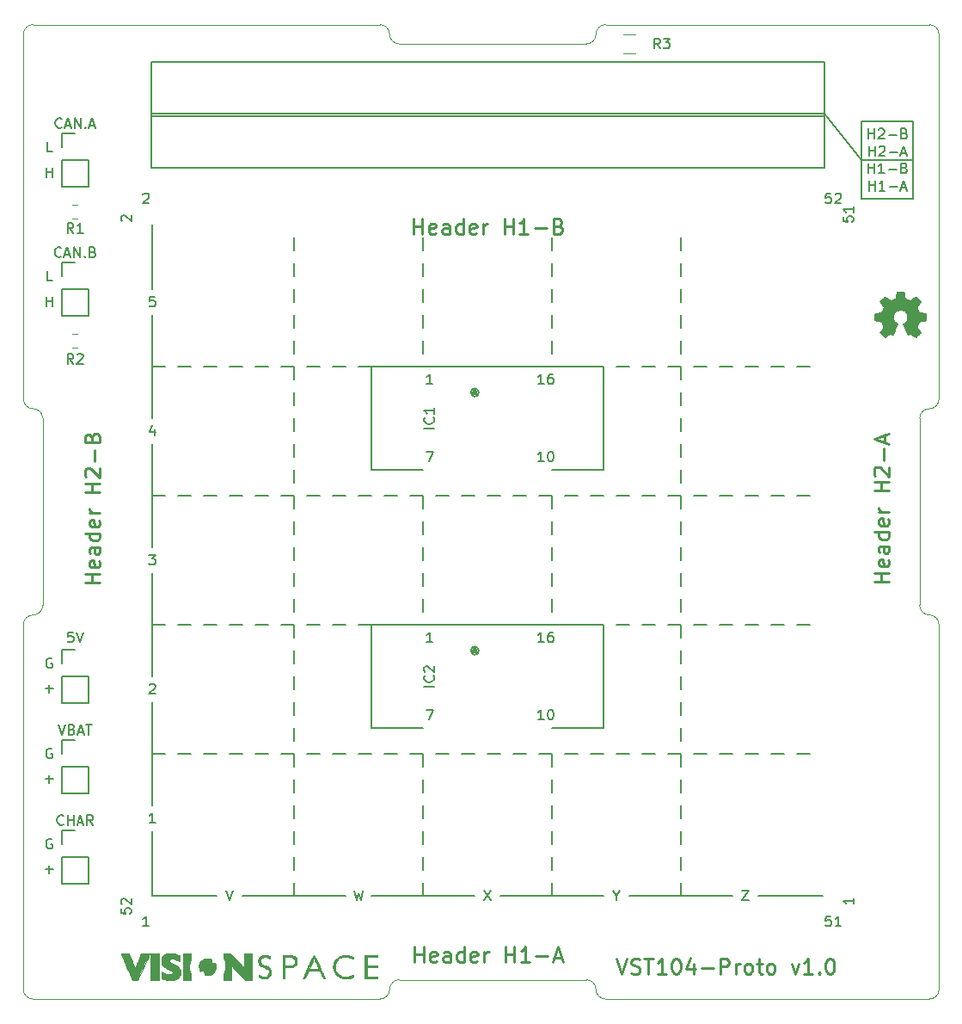
<source format=gbr>
G04 #@! TF.GenerationSoftware,KiCad,Pcbnew,(5.1.6)-1*
G04 #@! TF.CreationDate,2020-06-26T13:04:23+02:00*
G04 #@! TF.ProjectId,board_zero,626f6172-645f-47a6-9572-6f2e6b696361,1.0*
G04 #@! TF.SameCoordinates,Original*
G04 #@! TF.FileFunction,Legend,Top*
G04 #@! TF.FilePolarity,Positive*
%FSLAX46Y46*%
G04 Gerber Fmt 4.6, Leading zero omitted, Abs format (unit mm)*
G04 Created by KiCad (PCBNEW (5.1.6)-1) date 2020-06-26 13:04:23*
%MOMM*%
%LPD*%
G01*
G04 APERTURE LIST*
%ADD10C,0.200000*%
%ADD11C,0.250000*%
G04 #@! TA.AperFunction,Profile*
%ADD12C,0.100000*%
G04 #@! TD*
%ADD13C,0.120000*%
%ADD14C,0.010000*%
G04 APERTURE END LIST*
D10*
X100440000Y-32275000D02*
X104140000Y-36830000D01*
X24391904Y-103640000D02*
X24296666Y-103592380D01*
X24153809Y-103592380D01*
X24010952Y-103640000D01*
X23915714Y-103735238D01*
X23868095Y-103830476D01*
X23820476Y-104020952D01*
X23820476Y-104163809D01*
X23868095Y-104354285D01*
X23915714Y-104449523D01*
X24010952Y-104544761D01*
X24153809Y-104592380D01*
X24249047Y-104592380D01*
X24391904Y-104544761D01*
X24439523Y-104497142D01*
X24439523Y-104163809D01*
X24249047Y-104163809D01*
X24510952Y-106608571D02*
X23749047Y-106608571D01*
X24130000Y-106227619D02*
X24130000Y-106989523D01*
X24391904Y-94750000D02*
X24296666Y-94702380D01*
X24153809Y-94702380D01*
X24010952Y-94750000D01*
X23915714Y-94845238D01*
X23868095Y-94940476D01*
X23820476Y-95130952D01*
X23820476Y-95273809D01*
X23868095Y-95464285D01*
X23915714Y-95559523D01*
X24010952Y-95654761D01*
X24153809Y-95702380D01*
X24249047Y-95702380D01*
X24391904Y-95654761D01*
X24439523Y-95607142D01*
X24439523Y-95273809D01*
X24249047Y-95273809D01*
X24510952Y-97718571D02*
X23749047Y-97718571D01*
X24130000Y-97337619D02*
X24130000Y-98099523D01*
X24391904Y-85860000D02*
X24296666Y-85812380D01*
X24153809Y-85812380D01*
X24010952Y-85860000D01*
X23915714Y-85955238D01*
X23868095Y-86050476D01*
X23820476Y-86240952D01*
X23820476Y-86383809D01*
X23868095Y-86574285D01*
X23915714Y-86669523D01*
X24010952Y-86764761D01*
X24153809Y-86812380D01*
X24249047Y-86812380D01*
X24391904Y-86764761D01*
X24439523Y-86717142D01*
X24439523Y-86383809D01*
X24249047Y-86383809D01*
X24510952Y-88828571D02*
X23749047Y-88828571D01*
X24130000Y-88447619D02*
X24130000Y-89209523D01*
D11*
X80019285Y-115383571D02*
X80519285Y-116883571D01*
X81019285Y-115383571D01*
X81447857Y-116812142D02*
X81662142Y-116883571D01*
X82019285Y-116883571D01*
X82162142Y-116812142D01*
X82233571Y-116740714D01*
X82305000Y-116597857D01*
X82305000Y-116455000D01*
X82233571Y-116312142D01*
X82162142Y-116240714D01*
X82019285Y-116169285D01*
X81733571Y-116097857D01*
X81590714Y-116026428D01*
X81519285Y-115955000D01*
X81447857Y-115812142D01*
X81447857Y-115669285D01*
X81519285Y-115526428D01*
X81590714Y-115455000D01*
X81733571Y-115383571D01*
X82090714Y-115383571D01*
X82305000Y-115455000D01*
X82733571Y-115383571D02*
X83590714Y-115383571D01*
X83162142Y-116883571D02*
X83162142Y-115383571D01*
X84876428Y-116883571D02*
X84019285Y-116883571D01*
X84447857Y-116883571D02*
X84447857Y-115383571D01*
X84305000Y-115597857D01*
X84162142Y-115740714D01*
X84019285Y-115812142D01*
X85805000Y-115383571D02*
X85947857Y-115383571D01*
X86090714Y-115455000D01*
X86162142Y-115526428D01*
X86233571Y-115669285D01*
X86305000Y-115955000D01*
X86305000Y-116312142D01*
X86233571Y-116597857D01*
X86162142Y-116740714D01*
X86090714Y-116812142D01*
X85947857Y-116883571D01*
X85805000Y-116883571D01*
X85662142Y-116812142D01*
X85590714Y-116740714D01*
X85519285Y-116597857D01*
X85447857Y-116312142D01*
X85447857Y-115955000D01*
X85519285Y-115669285D01*
X85590714Y-115526428D01*
X85662142Y-115455000D01*
X85805000Y-115383571D01*
X87590714Y-115883571D02*
X87590714Y-116883571D01*
X87233571Y-115312142D02*
X86876428Y-116383571D01*
X87805000Y-116383571D01*
X88376428Y-116312142D02*
X89519285Y-116312142D01*
X90233571Y-116883571D02*
X90233571Y-115383571D01*
X90805000Y-115383571D01*
X90947857Y-115455000D01*
X91019285Y-115526428D01*
X91090714Y-115669285D01*
X91090714Y-115883571D01*
X91019285Y-116026428D01*
X90947857Y-116097857D01*
X90805000Y-116169285D01*
X90233571Y-116169285D01*
X91733571Y-116883571D02*
X91733571Y-115883571D01*
X91733571Y-116169285D02*
X91805000Y-116026428D01*
X91876428Y-115955000D01*
X92019285Y-115883571D01*
X92162142Y-115883571D01*
X92876428Y-116883571D02*
X92733571Y-116812142D01*
X92662142Y-116740714D01*
X92590714Y-116597857D01*
X92590714Y-116169285D01*
X92662142Y-116026428D01*
X92733571Y-115955000D01*
X92876428Y-115883571D01*
X93090714Y-115883571D01*
X93233571Y-115955000D01*
X93305000Y-116026428D01*
X93376428Y-116169285D01*
X93376428Y-116597857D01*
X93305000Y-116740714D01*
X93233571Y-116812142D01*
X93090714Y-116883571D01*
X92876428Y-116883571D01*
X93805000Y-115883571D02*
X94376428Y-115883571D01*
X94019285Y-115383571D02*
X94019285Y-116669285D01*
X94090714Y-116812142D01*
X94233571Y-116883571D01*
X94376428Y-116883571D01*
X95090714Y-116883571D02*
X94947857Y-116812142D01*
X94876428Y-116740714D01*
X94805000Y-116597857D01*
X94805000Y-116169285D01*
X94876428Y-116026428D01*
X94947857Y-115955000D01*
X95090714Y-115883571D01*
X95305000Y-115883571D01*
X95447857Y-115955000D01*
X95519285Y-116026428D01*
X95590714Y-116169285D01*
X95590714Y-116597857D01*
X95519285Y-116740714D01*
X95447857Y-116812142D01*
X95305000Y-116883571D01*
X95090714Y-116883571D01*
X97233571Y-115883571D02*
X97590714Y-116883571D01*
X97947857Y-115883571D01*
X99305000Y-116883571D02*
X98447857Y-116883571D01*
X98876428Y-116883571D02*
X98876428Y-115383571D01*
X98733571Y-115597857D01*
X98590714Y-115740714D01*
X98447857Y-115812142D01*
X99947857Y-116740714D02*
X100019285Y-116812142D01*
X99947857Y-116883571D01*
X99876428Y-116812142D01*
X99947857Y-116740714D01*
X99947857Y-116883571D01*
X100947857Y-115383571D02*
X101090714Y-115383571D01*
X101233571Y-115455000D01*
X101305000Y-115526428D01*
X101376428Y-115669285D01*
X101447857Y-115955000D01*
X101447857Y-116312142D01*
X101376428Y-116597857D01*
X101305000Y-116740714D01*
X101233571Y-116812142D01*
X101090714Y-116883571D01*
X100947857Y-116883571D01*
X100805000Y-116812142D01*
X100733571Y-116740714D01*
X100662142Y-116597857D01*
X100590714Y-116312142D01*
X100590714Y-115955000D01*
X100662142Y-115669285D01*
X100733571Y-115526428D01*
X100805000Y-115455000D01*
X100947857Y-115383571D01*
D10*
X31202380Y-110474095D02*
X31202380Y-110950285D01*
X31678571Y-110997904D01*
X31630952Y-110950285D01*
X31583333Y-110855047D01*
X31583333Y-110616952D01*
X31630952Y-110521714D01*
X31678571Y-110474095D01*
X31773809Y-110426476D01*
X32011904Y-110426476D01*
X32107142Y-110474095D01*
X32154761Y-110521714D01*
X32202380Y-110616952D01*
X32202380Y-110855047D01*
X32154761Y-110950285D01*
X32107142Y-110997904D01*
X31297619Y-110045523D02*
X31250000Y-109997904D01*
X31202380Y-109902666D01*
X31202380Y-109664571D01*
X31250000Y-109569333D01*
X31297619Y-109521714D01*
X31392857Y-109474095D01*
X31488095Y-109474095D01*
X31630952Y-109521714D01*
X32202380Y-110093142D01*
X32202380Y-109474095D01*
X101107904Y-111212380D02*
X100631714Y-111212380D01*
X100584095Y-111688571D01*
X100631714Y-111640952D01*
X100726952Y-111593333D01*
X100965047Y-111593333D01*
X101060285Y-111640952D01*
X101107904Y-111688571D01*
X101155523Y-111783809D01*
X101155523Y-112021904D01*
X101107904Y-112117142D01*
X101060285Y-112164761D01*
X100965047Y-112212380D01*
X100726952Y-112212380D01*
X100631714Y-112164761D01*
X100584095Y-112117142D01*
X102107904Y-112212380D02*
X101536476Y-112212380D01*
X101822190Y-112212380D02*
X101822190Y-111212380D01*
X101726952Y-111355238D01*
X101631714Y-111450476D01*
X101536476Y-111498095D01*
X102322380Y-42402095D02*
X102322380Y-42878285D01*
X102798571Y-42925904D01*
X102750952Y-42878285D01*
X102703333Y-42783047D01*
X102703333Y-42544952D01*
X102750952Y-42449714D01*
X102798571Y-42402095D01*
X102893809Y-42354476D01*
X103131904Y-42354476D01*
X103227142Y-42402095D01*
X103274761Y-42449714D01*
X103322380Y-42544952D01*
X103322380Y-42783047D01*
X103274761Y-42878285D01*
X103227142Y-42925904D01*
X103322380Y-41402095D02*
X103322380Y-41973523D01*
X103322380Y-41687809D02*
X102322380Y-41687809D01*
X102465238Y-41783047D01*
X102560476Y-41878285D01*
X102608095Y-41973523D01*
X101107904Y-40092380D02*
X100631714Y-40092380D01*
X100584095Y-40568571D01*
X100631714Y-40520952D01*
X100726952Y-40473333D01*
X100965047Y-40473333D01*
X101060285Y-40520952D01*
X101107904Y-40568571D01*
X101155523Y-40663809D01*
X101155523Y-40901904D01*
X101107904Y-40997142D01*
X101060285Y-41044761D01*
X100965047Y-41092380D01*
X100726952Y-41092380D01*
X100631714Y-41044761D01*
X100584095Y-40997142D01*
X101536476Y-40187619D02*
X101584095Y-40140000D01*
X101679333Y-40092380D01*
X101917428Y-40092380D01*
X102012666Y-40140000D01*
X102060285Y-40187619D01*
X102107904Y-40282857D01*
X102107904Y-40378095D01*
X102060285Y-40520952D01*
X101488857Y-41092380D01*
X102107904Y-41092380D01*
X33369285Y-40187619D02*
X33416904Y-40140000D01*
X33512142Y-40092380D01*
X33750238Y-40092380D01*
X33845476Y-40140000D01*
X33893095Y-40187619D01*
X33940714Y-40282857D01*
X33940714Y-40378095D01*
X33893095Y-40520952D01*
X33321666Y-41092380D01*
X33940714Y-41092380D01*
X31297619Y-42830714D02*
X31250000Y-42783095D01*
X31202380Y-42687857D01*
X31202380Y-42449761D01*
X31250000Y-42354523D01*
X31297619Y-42306904D01*
X31392857Y-42259285D01*
X31488095Y-42259285D01*
X31630952Y-42306904D01*
X32202380Y-42878333D01*
X32202380Y-42259285D01*
X103322380Y-109442285D02*
X103322380Y-110013714D01*
X103322380Y-109728000D02*
X102322380Y-109728000D01*
X102465238Y-109823238D01*
X102560476Y-109918476D01*
X102608095Y-110013714D01*
X33940714Y-112212380D02*
X33369285Y-112212380D01*
X33655000Y-112212380D02*
X33655000Y-111212380D01*
X33559761Y-111355238D01*
X33464523Y-111450476D01*
X33369285Y-111498095D01*
D11*
X60131428Y-115740571D02*
X60131428Y-114240571D01*
X60131428Y-114954857D02*
X60988571Y-114954857D01*
X60988571Y-115740571D02*
X60988571Y-114240571D01*
X62274285Y-115669142D02*
X62131428Y-115740571D01*
X61845714Y-115740571D01*
X61702857Y-115669142D01*
X61631428Y-115526285D01*
X61631428Y-114954857D01*
X61702857Y-114812000D01*
X61845714Y-114740571D01*
X62131428Y-114740571D01*
X62274285Y-114812000D01*
X62345714Y-114954857D01*
X62345714Y-115097714D01*
X61631428Y-115240571D01*
X63631428Y-115740571D02*
X63631428Y-114954857D01*
X63560000Y-114812000D01*
X63417142Y-114740571D01*
X63131428Y-114740571D01*
X62988571Y-114812000D01*
X63631428Y-115669142D02*
X63488571Y-115740571D01*
X63131428Y-115740571D01*
X62988571Y-115669142D01*
X62917142Y-115526285D01*
X62917142Y-115383428D01*
X62988571Y-115240571D01*
X63131428Y-115169142D01*
X63488571Y-115169142D01*
X63631428Y-115097714D01*
X64988571Y-115740571D02*
X64988571Y-114240571D01*
X64988571Y-115669142D02*
X64845714Y-115740571D01*
X64560000Y-115740571D01*
X64417142Y-115669142D01*
X64345714Y-115597714D01*
X64274285Y-115454857D01*
X64274285Y-115026285D01*
X64345714Y-114883428D01*
X64417142Y-114812000D01*
X64560000Y-114740571D01*
X64845714Y-114740571D01*
X64988571Y-114812000D01*
X66274285Y-115669142D02*
X66131428Y-115740571D01*
X65845714Y-115740571D01*
X65702857Y-115669142D01*
X65631428Y-115526285D01*
X65631428Y-114954857D01*
X65702857Y-114812000D01*
X65845714Y-114740571D01*
X66131428Y-114740571D01*
X66274285Y-114812000D01*
X66345714Y-114954857D01*
X66345714Y-115097714D01*
X65631428Y-115240571D01*
X66988571Y-115740571D02*
X66988571Y-114740571D01*
X66988571Y-115026285D02*
X67060000Y-114883428D01*
X67131428Y-114812000D01*
X67274285Y-114740571D01*
X67417142Y-114740571D01*
X69060000Y-115740571D02*
X69060000Y-114240571D01*
X69060000Y-114954857D02*
X69917142Y-114954857D01*
X69917142Y-115740571D02*
X69917142Y-114240571D01*
X71417142Y-115740571D02*
X70560000Y-115740571D01*
X70988571Y-115740571D02*
X70988571Y-114240571D01*
X70845714Y-114454857D01*
X70702857Y-114597714D01*
X70560000Y-114669142D01*
X72060000Y-115169142D02*
X73202857Y-115169142D01*
X73845714Y-115312000D02*
X74560000Y-115312000D01*
X73702857Y-115740571D02*
X74202857Y-114240571D01*
X74702857Y-115740571D01*
X106850571Y-78298571D02*
X105350571Y-78298571D01*
X106064857Y-78298571D02*
X106064857Y-77441428D01*
X106850571Y-77441428D02*
X105350571Y-77441428D01*
X106779142Y-76155714D02*
X106850571Y-76298571D01*
X106850571Y-76584285D01*
X106779142Y-76727142D01*
X106636285Y-76798571D01*
X106064857Y-76798571D01*
X105922000Y-76727142D01*
X105850571Y-76584285D01*
X105850571Y-76298571D01*
X105922000Y-76155714D01*
X106064857Y-76084285D01*
X106207714Y-76084285D01*
X106350571Y-76798571D01*
X106850571Y-74798571D02*
X106064857Y-74798571D01*
X105922000Y-74870000D01*
X105850571Y-75012857D01*
X105850571Y-75298571D01*
X105922000Y-75441428D01*
X106779142Y-74798571D02*
X106850571Y-74941428D01*
X106850571Y-75298571D01*
X106779142Y-75441428D01*
X106636285Y-75512857D01*
X106493428Y-75512857D01*
X106350571Y-75441428D01*
X106279142Y-75298571D01*
X106279142Y-74941428D01*
X106207714Y-74798571D01*
X106850571Y-73441428D02*
X105350571Y-73441428D01*
X106779142Y-73441428D02*
X106850571Y-73584285D01*
X106850571Y-73870000D01*
X106779142Y-74012857D01*
X106707714Y-74084285D01*
X106564857Y-74155714D01*
X106136285Y-74155714D01*
X105993428Y-74084285D01*
X105922000Y-74012857D01*
X105850571Y-73870000D01*
X105850571Y-73584285D01*
X105922000Y-73441428D01*
X106779142Y-72155714D02*
X106850571Y-72298571D01*
X106850571Y-72584285D01*
X106779142Y-72727142D01*
X106636285Y-72798571D01*
X106064857Y-72798571D01*
X105922000Y-72727142D01*
X105850571Y-72584285D01*
X105850571Y-72298571D01*
X105922000Y-72155714D01*
X106064857Y-72084285D01*
X106207714Y-72084285D01*
X106350571Y-72798571D01*
X106850571Y-71441428D02*
X105850571Y-71441428D01*
X106136285Y-71441428D02*
X105993428Y-71370000D01*
X105922000Y-71298571D01*
X105850571Y-71155714D01*
X105850571Y-71012857D01*
X106850571Y-69370000D02*
X105350571Y-69370000D01*
X106064857Y-69370000D02*
X106064857Y-68512857D01*
X106850571Y-68512857D02*
X105350571Y-68512857D01*
X105493428Y-67870000D02*
X105422000Y-67798571D01*
X105350571Y-67655714D01*
X105350571Y-67298571D01*
X105422000Y-67155714D01*
X105493428Y-67084285D01*
X105636285Y-67012857D01*
X105779142Y-67012857D01*
X105993428Y-67084285D01*
X106850571Y-67941428D01*
X106850571Y-67012857D01*
X106279142Y-66370000D02*
X106279142Y-65227142D01*
X106422000Y-64584285D02*
X106422000Y-63870000D01*
X106850571Y-64727142D02*
X105350571Y-64227142D01*
X106850571Y-63727142D01*
X60024285Y-44112571D02*
X60024285Y-42612571D01*
X60024285Y-43326857D02*
X60881428Y-43326857D01*
X60881428Y-44112571D02*
X60881428Y-42612571D01*
X62167142Y-44041142D02*
X62024285Y-44112571D01*
X61738571Y-44112571D01*
X61595714Y-44041142D01*
X61524285Y-43898285D01*
X61524285Y-43326857D01*
X61595714Y-43184000D01*
X61738571Y-43112571D01*
X62024285Y-43112571D01*
X62167142Y-43184000D01*
X62238571Y-43326857D01*
X62238571Y-43469714D01*
X61524285Y-43612571D01*
X63524285Y-44112571D02*
X63524285Y-43326857D01*
X63452857Y-43184000D01*
X63310000Y-43112571D01*
X63024285Y-43112571D01*
X62881428Y-43184000D01*
X63524285Y-44041142D02*
X63381428Y-44112571D01*
X63024285Y-44112571D01*
X62881428Y-44041142D01*
X62810000Y-43898285D01*
X62810000Y-43755428D01*
X62881428Y-43612571D01*
X63024285Y-43541142D01*
X63381428Y-43541142D01*
X63524285Y-43469714D01*
X64881428Y-44112571D02*
X64881428Y-42612571D01*
X64881428Y-44041142D02*
X64738571Y-44112571D01*
X64452857Y-44112571D01*
X64310000Y-44041142D01*
X64238571Y-43969714D01*
X64167142Y-43826857D01*
X64167142Y-43398285D01*
X64238571Y-43255428D01*
X64310000Y-43184000D01*
X64452857Y-43112571D01*
X64738571Y-43112571D01*
X64881428Y-43184000D01*
X66167142Y-44041142D02*
X66024285Y-44112571D01*
X65738571Y-44112571D01*
X65595714Y-44041142D01*
X65524285Y-43898285D01*
X65524285Y-43326857D01*
X65595714Y-43184000D01*
X65738571Y-43112571D01*
X66024285Y-43112571D01*
X66167142Y-43184000D01*
X66238571Y-43326857D01*
X66238571Y-43469714D01*
X65524285Y-43612571D01*
X66881428Y-44112571D02*
X66881428Y-43112571D01*
X66881428Y-43398285D02*
X66952857Y-43255428D01*
X67024285Y-43184000D01*
X67167142Y-43112571D01*
X67310000Y-43112571D01*
X68952857Y-44112571D02*
X68952857Y-42612571D01*
X68952857Y-43326857D02*
X69810000Y-43326857D01*
X69810000Y-44112571D02*
X69810000Y-42612571D01*
X71310000Y-44112571D02*
X70452857Y-44112571D01*
X70881428Y-44112571D02*
X70881428Y-42612571D01*
X70738571Y-42826857D01*
X70595714Y-42969714D01*
X70452857Y-43041142D01*
X71952857Y-43541142D02*
X73095714Y-43541142D01*
X74310000Y-43326857D02*
X74524285Y-43398285D01*
X74595714Y-43469714D01*
X74667142Y-43612571D01*
X74667142Y-43826857D01*
X74595714Y-43969714D01*
X74524285Y-44041142D01*
X74381428Y-44112571D01*
X73810000Y-44112571D01*
X73810000Y-42612571D01*
X74310000Y-42612571D01*
X74452857Y-42684000D01*
X74524285Y-42755428D01*
X74595714Y-42898285D01*
X74595714Y-43041142D01*
X74524285Y-43184000D01*
X74452857Y-43255428D01*
X74310000Y-43326857D01*
X73810000Y-43326857D01*
X29126571Y-78405714D02*
X27626571Y-78405714D01*
X28340857Y-78405714D02*
X28340857Y-77548571D01*
X29126571Y-77548571D02*
X27626571Y-77548571D01*
X29055142Y-76262857D02*
X29126571Y-76405714D01*
X29126571Y-76691428D01*
X29055142Y-76834285D01*
X28912285Y-76905714D01*
X28340857Y-76905714D01*
X28198000Y-76834285D01*
X28126571Y-76691428D01*
X28126571Y-76405714D01*
X28198000Y-76262857D01*
X28340857Y-76191428D01*
X28483714Y-76191428D01*
X28626571Y-76905714D01*
X29126571Y-74905714D02*
X28340857Y-74905714D01*
X28198000Y-74977142D01*
X28126571Y-75120000D01*
X28126571Y-75405714D01*
X28198000Y-75548571D01*
X29055142Y-74905714D02*
X29126571Y-75048571D01*
X29126571Y-75405714D01*
X29055142Y-75548571D01*
X28912285Y-75620000D01*
X28769428Y-75620000D01*
X28626571Y-75548571D01*
X28555142Y-75405714D01*
X28555142Y-75048571D01*
X28483714Y-74905714D01*
X29126571Y-73548571D02*
X27626571Y-73548571D01*
X29055142Y-73548571D02*
X29126571Y-73691428D01*
X29126571Y-73977142D01*
X29055142Y-74120000D01*
X28983714Y-74191428D01*
X28840857Y-74262857D01*
X28412285Y-74262857D01*
X28269428Y-74191428D01*
X28198000Y-74120000D01*
X28126571Y-73977142D01*
X28126571Y-73691428D01*
X28198000Y-73548571D01*
X29055142Y-72262857D02*
X29126571Y-72405714D01*
X29126571Y-72691428D01*
X29055142Y-72834285D01*
X28912285Y-72905714D01*
X28340857Y-72905714D01*
X28198000Y-72834285D01*
X28126571Y-72691428D01*
X28126571Y-72405714D01*
X28198000Y-72262857D01*
X28340857Y-72191428D01*
X28483714Y-72191428D01*
X28626571Y-72905714D01*
X29126571Y-71548571D02*
X28126571Y-71548571D01*
X28412285Y-71548571D02*
X28269428Y-71477142D01*
X28198000Y-71405714D01*
X28126571Y-71262857D01*
X28126571Y-71120000D01*
X29126571Y-69477142D02*
X27626571Y-69477142D01*
X28340857Y-69477142D02*
X28340857Y-68620000D01*
X29126571Y-68620000D02*
X27626571Y-68620000D01*
X27769428Y-67977142D02*
X27698000Y-67905714D01*
X27626571Y-67762857D01*
X27626571Y-67405714D01*
X27698000Y-67262857D01*
X27769428Y-67191428D01*
X27912285Y-67120000D01*
X28055142Y-67120000D01*
X28269428Y-67191428D01*
X29126571Y-68048571D01*
X29126571Y-67120000D01*
X28555142Y-66477142D02*
X28555142Y-65334285D01*
X28340857Y-64120000D02*
X28412285Y-63905714D01*
X28483714Y-63834285D01*
X28626571Y-63762857D01*
X28840857Y-63762857D01*
X28983714Y-63834285D01*
X29055142Y-63905714D01*
X29126571Y-64048571D01*
X29126571Y-64620000D01*
X27626571Y-64620000D01*
X27626571Y-64120000D01*
X27698000Y-63977142D01*
X27769428Y-63905714D01*
X27912285Y-63834285D01*
X28055142Y-63834285D01*
X28198000Y-63905714D01*
X28269428Y-63977142D01*
X28340857Y-64120000D01*
X28340857Y-64620000D01*
D10*
X104799047Y-34732380D02*
X104799047Y-33732380D01*
X104799047Y-34208571D02*
X105370476Y-34208571D01*
X105370476Y-34732380D02*
X105370476Y-33732380D01*
X105799047Y-33827619D02*
X105846666Y-33780000D01*
X105941904Y-33732380D01*
X106180000Y-33732380D01*
X106275238Y-33780000D01*
X106322857Y-33827619D01*
X106370476Y-33922857D01*
X106370476Y-34018095D01*
X106322857Y-34160952D01*
X105751428Y-34732380D01*
X106370476Y-34732380D01*
X106799047Y-34351428D02*
X107560952Y-34351428D01*
X108370476Y-34208571D02*
X108513333Y-34256190D01*
X108560952Y-34303809D01*
X108608571Y-34399047D01*
X108608571Y-34541904D01*
X108560952Y-34637142D01*
X108513333Y-34684761D01*
X108418095Y-34732380D01*
X108037142Y-34732380D01*
X108037142Y-33732380D01*
X108370476Y-33732380D01*
X108465714Y-33780000D01*
X108513333Y-33827619D01*
X108560952Y-33922857D01*
X108560952Y-34018095D01*
X108513333Y-34113333D01*
X108465714Y-34160952D01*
X108370476Y-34208571D01*
X108037142Y-34208571D01*
X104870476Y-36432380D02*
X104870476Y-35432380D01*
X104870476Y-35908571D02*
X105441904Y-35908571D01*
X105441904Y-36432380D02*
X105441904Y-35432380D01*
X105870476Y-35527619D02*
X105918095Y-35480000D01*
X106013333Y-35432380D01*
X106251428Y-35432380D01*
X106346666Y-35480000D01*
X106394285Y-35527619D01*
X106441904Y-35622857D01*
X106441904Y-35718095D01*
X106394285Y-35860952D01*
X105822857Y-36432380D01*
X106441904Y-36432380D01*
X106870476Y-36051428D02*
X107632380Y-36051428D01*
X108060952Y-36146666D02*
X108537142Y-36146666D01*
X107965714Y-36432380D02*
X108299047Y-35432380D01*
X108632380Y-36432380D01*
X104799047Y-38132380D02*
X104799047Y-37132380D01*
X104799047Y-37608571D02*
X105370476Y-37608571D01*
X105370476Y-38132380D02*
X105370476Y-37132380D01*
X106370476Y-38132380D02*
X105799047Y-38132380D01*
X106084761Y-38132380D02*
X106084761Y-37132380D01*
X105989523Y-37275238D01*
X105894285Y-37370476D01*
X105799047Y-37418095D01*
X106799047Y-37751428D02*
X107560952Y-37751428D01*
X108370476Y-37608571D02*
X108513333Y-37656190D01*
X108560952Y-37703809D01*
X108608571Y-37799047D01*
X108608571Y-37941904D01*
X108560952Y-38037142D01*
X108513333Y-38084761D01*
X108418095Y-38132380D01*
X108037142Y-38132380D01*
X108037142Y-37132380D01*
X108370476Y-37132380D01*
X108465714Y-37180000D01*
X108513333Y-37227619D01*
X108560952Y-37322857D01*
X108560952Y-37418095D01*
X108513333Y-37513333D01*
X108465714Y-37560952D01*
X108370476Y-37608571D01*
X108037142Y-37608571D01*
X104870476Y-39832380D02*
X104870476Y-38832380D01*
X104870476Y-39308571D02*
X105441904Y-39308571D01*
X105441904Y-39832380D02*
X105441904Y-38832380D01*
X106441904Y-39832380D02*
X105870476Y-39832380D01*
X106156190Y-39832380D02*
X106156190Y-38832380D01*
X106060952Y-38975238D01*
X105965714Y-39070476D01*
X105870476Y-39118095D01*
X106870476Y-39451428D02*
X107632380Y-39451428D01*
X108060952Y-39546666D02*
X108537142Y-39546666D01*
X107965714Y-39832380D02*
X108299047Y-38832380D01*
X108632380Y-39832380D01*
X104140000Y-36830000D02*
X109220000Y-36830000D01*
X109220000Y-33020000D02*
X104140000Y-33020000D01*
X109220000Y-40640000D02*
X109220000Y-33020000D01*
X104140000Y-40640000D02*
X109220000Y-40640000D01*
X104140000Y-33020000D02*
X104140000Y-40640000D01*
X24439523Y-48712380D02*
X23963333Y-48712380D01*
X23963333Y-47712380D01*
X23844285Y-51252380D02*
X23844285Y-50252380D01*
X23844285Y-50728571D02*
X24415714Y-50728571D01*
X24415714Y-51252380D02*
X24415714Y-50252380D01*
X23844285Y-38552380D02*
X23844285Y-37552380D01*
X23844285Y-38028571D02*
X24415714Y-38028571D01*
X24415714Y-38552380D02*
X24415714Y-37552380D01*
X24439523Y-36012380D02*
X23963333Y-36012380D01*
X23963333Y-35012380D01*
D12*
X78930500Y-23495000D02*
G75*
G03*
X77978000Y-24447500I0J-952500D01*
G01*
X78930500Y-23495000D02*
X110807500Y-23495000D01*
X77025500Y-25400000D02*
G75*
G03*
X77978000Y-24447500I0J952500D01*
G01*
X57658000Y-24447500D02*
G75*
G03*
X58610500Y-25400000I952500J0D01*
G01*
X58610500Y-25400000D02*
X77025500Y-25400000D01*
X22542500Y-23495000D02*
X56705500Y-23495000D01*
X57658000Y-24447500D02*
G75*
G03*
X56705500Y-23495000I-952500J0D01*
G01*
X78930500Y-119380000D02*
X110807500Y-119380000D01*
X58610500Y-117475000D02*
X77025500Y-117475000D01*
X22542500Y-119380000D02*
X56705500Y-119380000D01*
X78930500Y-119380000D02*
G75*
G02*
X77978000Y-118427500I0J952500D01*
G01*
X77025500Y-117475000D02*
G75*
G02*
X77978000Y-118427500I0J-952500D01*
G01*
X57658000Y-118427500D02*
G75*
G02*
X58610500Y-117475000I952500J0D01*
G01*
X57658000Y-118427500D02*
G75*
G02*
X56705500Y-119380000I-952500J0D01*
G01*
X110807500Y-61290200D02*
G75*
G03*
X109855000Y-62242700I0J-952500D01*
G01*
X111760000Y-24447500D02*
X111760000Y-60337700D01*
X109855000Y-62242700D02*
X109855000Y-80632300D01*
X111760000Y-82537300D02*
X111760000Y-118427500D01*
X109855000Y-80632300D02*
G75*
G03*
X110807500Y-81584800I952500J0D01*
G01*
X111760000Y-82537300D02*
G75*
G03*
X110807500Y-81584800I-952500J0D01*
G01*
X110807500Y-61290200D02*
G75*
G03*
X111760000Y-60337700I0J952500D01*
G01*
X111760000Y-118427500D02*
G75*
G02*
X110807500Y-119380000I-952500J0D01*
G01*
X110807500Y-23495000D02*
G75*
G02*
X111760000Y-24447500I0J-952500D01*
G01*
X21590000Y-82537300D02*
X21590000Y-118427500D01*
X21590000Y-24447500D02*
X21590000Y-60337700D01*
X21590000Y-24447500D02*
G75*
G02*
X22542500Y-23495000I952500J0D01*
G01*
X23495000Y-62242700D02*
X23495000Y-80632300D01*
X22542500Y-61290200D02*
G75*
G02*
X21590000Y-60337700I0J952500D01*
G01*
X22542500Y-61290200D02*
G75*
G02*
X23495000Y-62242700I0J-952500D01*
G01*
X23495000Y-80632300D02*
G75*
G02*
X22542500Y-81584800I-952500J0D01*
G01*
X21590000Y-82537300D02*
G75*
G02*
X22542500Y-81584800I952500J0D01*
G01*
X22542500Y-119380000D02*
G75*
G02*
X21590000Y-118427500I0J952500D01*
G01*
D10*
X66140000Y-85090000D02*
G75*
G03*
X66140000Y-85090000I-100000J0D01*
G01*
X66240000Y-85090000D02*
G75*
G03*
X66240000Y-85090000I-200000J0D01*
G01*
X66440000Y-85090000D02*
G75*
G03*
X66440000Y-85090000I-400000J0D01*
G01*
X55880000Y-82550000D02*
X78740000Y-82550000D01*
X78740000Y-82550000D02*
X78740000Y-92710000D01*
X55880000Y-82550000D02*
X55880000Y-92710000D01*
X78740000Y-92710000D02*
X73660000Y-92710000D01*
X55880000Y-92710000D02*
X60960000Y-92710000D01*
X66140000Y-59690000D02*
G75*
G03*
X66140000Y-59690000I-100000J0D01*
G01*
X66240000Y-59690000D02*
G75*
G03*
X66240000Y-59690000I-200000J0D01*
G01*
X66440000Y-59690000D02*
G75*
G03*
X66440000Y-59690000I-400000J0D01*
G01*
X55880000Y-57150000D02*
X78740000Y-57150000D01*
X78740000Y-57150000D02*
X78740000Y-67310000D01*
X55880000Y-57150000D02*
X55880000Y-67310000D01*
X78740000Y-67310000D02*
X73660000Y-67310000D01*
X55880000Y-67310000D02*
X60960000Y-67310000D01*
X93980000Y-109220000D02*
X100330000Y-109220000D01*
X81280000Y-109220000D02*
X91440000Y-109220000D01*
X78740000Y-109220000D02*
X68580000Y-109220000D01*
X55880000Y-109220000D02*
X66040000Y-109220000D01*
X43180000Y-109220000D02*
X53340000Y-109220000D01*
X34290000Y-109220000D02*
X40640000Y-109220000D01*
X34290000Y-102870000D02*
X34290000Y-109220000D01*
X34290000Y-90170000D02*
X34290000Y-100330000D01*
X34290000Y-77470000D02*
X34290000Y-87630000D01*
X34290000Y-64770000D02*
X34290000Y-74930000D01*
X60960000Y-55880000D02*
X60960000Y-54610000D01*
X60960000Y-53340000D02*
X60960000Y-52070000D01*
X60960000Y-50800000D02*
X60960000Y-49530000D01*
X60960000Y-48260000D02*
X60960000Y-46990000D01*
X60960000Y-45720000D02*
X60960000Y-44450000D01*
X60960000Y-106680000D02*
X60960000Y-105410000D01*
X60960000Y-109220000D02*
X60960000Y-107950000D01*
X60960000Y-71120000D02*
X60960000Y-69850000D01*
X60960000Y-76200000D02*
X60960000Y-74930000D01*
X60960000Y-101600000D02*
X60960000Y-100330000D01*
X60960000Y-73660000D02*
X60960000Y-72390000D01*
X60960000Y-78740000D02*
X60960000Y-77470000D01*
X60960000Y-99060000D02*
X60960000Y-97790000D01*
X60960000Y-81280000D02*
X60960000Y-80010000D01*
X60960000Y-96520000D02*
X60960000Y-95250000D01*
X60960000Y-104140000D02*
X60960000Y-102870000D01*
X73660000Y-55880000D02*
X73660000Y-54610000D01*
X73660000Y-53340000D02*
X73660000Y-52070000D01*
X73660000Y-50800000D02*
X73660000Y-49530000D01*
X73660000Y-48260000D02*
X73660000Y-46990000D01*
X73660000Y-45720000D02*
X73660000Y-44450000D01*
X73660000Y-106680000D02*
X73660000Y-105410000D01*
X73660000Y-109220000D02*
X73660000Y-107950000D01*
X73660000Y-71120000D02*
X73660000Y-69850000D01*
X73660000Y-76200000D02*
X73660000Y-74930000D01*
X73660000Y-101600000D02*
X73660000Y-100330000D01*
X73660000Y-73660000D02*
X73660000Y-72390000D01*
X73660000Y-78740000D02*
X73660000Y-77470000D01*
X73660000Y-99060000D02*
X73660000Y-97790000D01*
X73660000Y-81280000D02*
X73660000Y-80010000D01*
X73660000Y-96520000D02*
X73660000Y-95250000D01*
X73660000Y-104140000D02*
X73660000Y-102870000D01*
X86360000Y-55880000D02*
X86360000Y-54610000D01*
X86360000Y-53340000D02*
X86360000Y-52070000D01*
X86360000Y-50800000D02*
X86360000Y-49530000D01*
X86360000Y-48260000D02*
X86360000Y-46990000D01*
X86360000Y-45720000D02*
X86360000Y-44450000D01*
X86360000Y-58420000D02*
X86360000Y-57150000D01*
X86360000Y-60960000D02*
X86360000Y-59690000D01*
X86360000Y-66040000D02*
X86360000Y-64770000D01*
X86360000Y-106680000D02*
X86360000Y-105410000D01*
X86360000Y-63500000D02*
X86360000Y-62230000D01*
X86360000Y-83820000D02*
X86360000Y-82550000D01*
X86360000Y-93980000D02*
X86360000Y-92710000D01*
X86360000Y-109220000D02*
X86360000Y-107950000D01*
X86360000Y-71120000D02*
X86360000Y-69850000D01*
X86360000Y-88900000D02*
X86360000Y-87630000D01*
X86360000Y-86360000D02*
X86360000Y-85090000D01*
X86360000Y-76200000D02*
X86360000Y-74930000D01*
X86360000Y-91440000D02*
X86360000Y-90170000D01*
X86360000Y-68580000D02*
X86360000Y-67310000D01*
X86360000Y-101600000D02*
X86360000Y-100330000D01*
X86360000Y-73660000D02*
X86360000Y-72390000D01*
X86360000Y-78740000D02*
X86360000Y-77470000D01*
X86360000Y-99060000D02*
X86360000Y-97790000D01*
X86360000Y-81280000D02*
X86360000Y-80010000D01*
X86360000Y-96520000D02*
X86360000Y-95250000D01*
X86360000Y-104140000D02*
X86360000Y-102870000D01*
X48260000Y-55880000D02*
X48260000Y-54610000D01*
X48260000Y-53340000D02*
X48260000Y-52070000D01*
X48260000Y-50800000D02*
X48260000Y-49530000D01*
X48260000Y-48260000D02*
X48260000Y-46990000D01*
X48260000Y-45720000D02*
X48260000Y-44450000D01*
X48260000Y-58420000D02*
X48260000Y-57150000D01*
X48260000Y-60960000D02*
X48260000Y-59690000D01*
X48260000Y-66040000D02*
X48260000Y-64770000D01*
X48260000Y-106680000D02*
X48260000Y-105410000D01*
X48260000Y-63500000D02*
X48260000Y-62230000D01*
X48260000Y-83820000D02*
X48260000Y-82550000D01*
X48260000Y-93980000D02*
X48260000Y-92710000D01*
X48260000Y-109220000D02*
X48260000Y-107950000D01*
X48260000Y-71120000D02*
X48260000Y-69850000D01*
X48260000Y-88900000D02*
X48260000Y-87630000D01*
X48260000Y-86360000D02*
X48260000Y-85090000D01*
X48260000Y-76200000D02*
X48260000Y-74930000D01*
X48260000Y-91440000D02*
X48260000Y-90170000D01*
X48260000Y-68580000D02*
X48260000Y-67310000D01*
X48260000Y-101600000D02*
X48260000Y-100330000D01*
X48260000Y-73660000D02*
X48260000Y-72390000D01*
X48260000Y-78740000D02*
X48260000Y-77470000D01*
X48260000Y-99060000D02*
X48260000Y-97790000D01*
X48260000Y-81280000D02*
X48260000Y-80010000D01*
X48260000Y-96520000D02*
X48260000Y-95250000D01*
X48260000Y-104140000D02*
X48260000Y-102870000D01*
X87630000Y-95250000D02*
X88900000Y-95250000D01*
X90170000Y-95250000D02*
X91440000Y-95250000D01*
X92710000Y-95250000D02*
X93980000Y-95250000D01*
X95250000Y-95250000D02*
X96520000Y-95250000D01*
X97790000Y-95250000D02*
X99060000Y-95250000D01*
X85090000Y-95250000D02*
X86360000Y-95250000D01*
X82550000Y-95250000D02*
X83820000Y-95250000D01*
X77470000Y-95250000D02*
X78740000Y-95250000D01*
X36830000Y-95250000D02*
X38100000Y-95250000D01*
X80010000Y-95250000D02*
X81280000Y-95250000D01*
X59690000Y-95250000D02*
X60960000Y-95250000D01*
X49530000Y-95250000D02*
X50800000Y-95250000D01*
X34290000Y-95250000D02*
X35560000Y-95250000D01*
X72390000Y-95250000D02*
X73660000Y-95250000D01*
X54610000Y-95250000D02*
X55880000Y-95250000D01*
X57150000Y-95250000D02*
X58420000Y-95250000D01*
X67310000Y-95250000D02*
X68580000Y-95250000D01*
X52070000Y-95250000D02*
X53340000Y-95250000D01*
X74930000Y-95250000D02*
X76200000Y-95250000D01*
X41910000Y-95250000D02*
X43180000Y-95250000D01*
X69850000Y-95250000D02*
X71120000Y-95250000D01*
X64770000Y-95250000D02*
X66040000Y-95250000D01*
X44450000Y-95250000D02*
X45720000Y-95250000D01*
X62230000Y-95250000D02*
X63500000Y-95250000D01*
X46990000Y-95250000D02*
X48260000Y-95250000D01*
X39370000Y-95250000D02*
X40640000Y-95250000D01*
X87630000Y-82550000D02*
X88900000Y-82550000D01*
X90170000Y-82550000D02*
X91440000Y-82550000D01*
X92710000Y-82550000D02*
X93980000Y-82550000D01*
X95250000Y-82550000D02*
X96520000Y-82550000D01*
X97790000Y-82550000D02*
X99060000Y-82550000D01*
X85090000Y-82550000D02*
X86360000Y-82550000D01*
X82550000Y-82550000D02*
X83820000Y-82550000D01*
X77470000Y-82550000D02*
X78740000Y-82550000D01*
X36830000Y-82550000D02*
X38100000Y-82550000D01*
X80010000Y-82550000D02*
X81280000Y-82550000D01*
X59690000Y-82550000D02*
X60960000Y-82550000D01*
X49530000Y-82550000D02*
X50800000Y-82550000D01*
X34290000Y-82550000D02*
X35560000Y-82550000D01*
X72390000Y-82550000D02*
X73660000Y-82550000D01*
X54610000Y-82550000D02*
X55880000Y-82550000D01*
X57150000Y-82550000D02*
X58420000Y-82550000D01*
X67310000Y-82550000D02*
X68580000Y-82550000D01*
X52070000Y-82550000D02*
X53340000Y-82550000D01*
X74930000Y-82550000D02*
X76200000Y-82550000D01*
X41910000Y-82550000D02*
X43180000Y-82550000D01*
X69850000Y-82550000D02*
X71120000Y-82550000D01*
X64770000Y-82550000D02*
X66040000Y-82550000D01*
X44450000Y-82550000D02*
X45720000Y-82550000D01*
X62230000Y-82550000D02*
X63500000Y-82550000D01*
X46990000Y-82550000D02*
X48260000Y-82550000D01*
X39370000Y-82550000D02*
X40640000Y-82550000D01*
X87630000Y-69850000D02*
X88900000Y-69850000D01*
X90170000Y-69850000D02*
X91440000Y-69850000D01*
X92710000Y-69850000D02*
X93980000Y-69850000D01*
X95250000Y-69850000D02*
X96520000Y-69850000D01*
X97790000Y-69850000D02*
X99060000Y-69850000D01*
X85090000Y-69850000D02*
X86360000Y-69850000D01*
X82550000Y-69850000D02*
X83820000Y-69850000D01*
X77470000Y-69850000D02*
X78740000Y-69850000D01*
X36830000Y-69850000D02*
X38100000Y-69850000D01*
X80010000Y-69850000D02*
X81280000Y-69850000D01*
X59690000Y-69850000D02*
X60960000Y-69850000D01*
X49530000Y-69850000D02*
X50800000Y-69850000D01*
X34290000Y-69850000D02*
X35560000Y-69850000D01*
X72390000Y-69850000D02*
X73660000Y-69850000D01*
X54610000Y-69850000D02*
X55880000Y-69850000D01*
X57150000Y-69850000D02*
X58420000Y-69850000D01*
X67310000Y-69850000D02*
X68580000Y-69850000D01*
X52070000Y-69850000D02*
X53340000Y-69850000D01*
X74930000Y-69850000D02*
X76200000Y-69850000D01*
X41910000Y-69850000D02*
X43180000Y-69850000D01*
X69850000Y-69850000D02*
X71120000Y-69850000D01*
X64770000Y-69850000D02*
X66040000Y-69850000D01*
X44450000Y-69850000D02*
X45720000Y-69850000D01*
X62230000Y-69850000D02*
X63500000Y-69850000D01*
X46990000Y-69850000D02*
X48260000Y-69850000D01*
X39370000Y-69850000D02*
X40640000Y-69850000D01*
X97790000Y-57150000D02*
X99060000Y-57150000D01*
X34290000Y-49530000D02*
X34290000Y-43180000D01*
X34290000Y-52070000D02*
X34290000Y-62230000D01*
X95250000Y-57150000D02*
X96520000Y-57150000D01*
X92710000Y-57150000D02*
X93980000Y-57150000D01*
X90170000Y-57150000D02*
X91440000Y-57150000D01*
X87630000Y-57150000D02*
X88900000Y-57150000D01*
X85090000Y-57150000D02*
X86360000Y-57150000D01*
X82550000Y-57150000D02*
X83820000Y-57150000D01*
X80010000Y-57150000D02*
X81280000Y-57150000D01*
X77470000Y-57150000D02*
X78740000Y-57150000D01*
X74930000Y-57150000D02*
X76200000Y-57150000D01*
X72390000Y-57150000D02*
X73660000Y-57150000D01*
X69850000Y-57150000D02*
X71120000Y-57150000D01*
X67310000Y-57150000D02*
X68580000Y-57150000D01*
X64770000Y-57150000D02*
X66040000Y-57150000D01*
X62230000Y-57150000D02*
X63500000Y-57150000D01*
X59690000Y-57150000D02*
X60960000Y-57150000D01*
X57150000Y-57150000D02*
X58420000Y-57150000D01*
X54610000Y-57150000D02*
X55880000Y-57150000D01*
X52070000Y-57150000D02*
X53340000Y-57150000D01*
X49530000Y-57150000D02*
X50800000Y-57150000D01*
X46990000Y-57150000D02*
X48260000Y-57150000D01*
X44450000Y-57150000D02*
X45720000Y-57150000D01*
X41910000Y-57150000D02*
X43180000Y-57150000D01*
X39370000Y-57150000D02*
X40640000Y-57150000D01*
X36830000Y-57150000D02*
X38100000Y-57150000D01*
X34290000Y-57150000D02*
X35560000Y-57150000D01*
X34180000Y-32495000D02*
X34180000Y-27195000D01*
X100440000Y-32495000D02*
X34180000Y-32495000D01*
X100440000Y-27195000D02*
X100440000Y-32495000D01*
X34180000Y-27195000D02*
X100440000Y-27195000D01*
D13*
X81882064Y-24490000D02*
X80677936Y-24490000D01*
X81882064Y-26310000D02*
X80677936Y-26310000D01*
D10*
X25340000Y-108010000D02*
X28000000Y-108010000D01*
X25340000Y-105410000D02*
X25340000Y-108010000D01*
X28000000Y-105410000D02*
X28000000Y-108010000D01*
X25340000Y-105410000D02*
X28000000Y-105410000D01*
X25340000Y-104140000D02*
X25340000Y-102810000D01*
X25340000Y-102810000D02*
X26670000Y-102810000D01*
X25340000Y-99120000D02*
X28000000Y-99120000D01*
X25340000Y-96520000D02*
X25340000Y-99120000D01*
X28000000Y-96520000D02*
X28000000Y-99120000D01*
X25340000Y-96520000D02*
X28000000Y-96520000D01*
X25340000Y-95250000D02*
X25340000Y-93920000D01*
X25340000Y-93920000D02*
X26670000Y-93920000D01*
D13*
X26928578Y-55320000D02*
X26411422Y-55320000D01*
X26928578Y-53900000D02*
X26411422Y-53900000D01*
X26928578Y-42620000D02*
X26411422Y-42620000D01*
X26928578Y-41200000D02*
X26411422Y-41200000D01*
D10*
X25340000Y-90230000D02*
X28000000Y-90230000D01*
X25340000Y-87630000D02*
X25340000Y-90230000D01*
X28000000Y-87630000D02*
X28000000Y-90230000D01*
X25340000Y-87630000D02*
X28000000Y-87630000D01*
X25340000Y-86360000D02*
X25340000Y-85030000D01*
X25340000Y-85030000D02*
X26670000Y-85030000D01*
X25340000Y-34230000D02*
X26670000Y-34230000D01*
X25340000Y-35560000D02*
X25340000Y-34230000D01*
X25340000Y-36830000D02*
X28000000Y-36830000D01*
X28000000Y-36830000D02*
X28000000Y-39430000D01*
X25340000Y-36830000D02*
X25340000Y-39430000D01*
X25340000Y-39430000D02*
X28000000Y-39430000D01*
X25340000Y-52130000D02*
X28000000Y-52130000D01*
X25340000Y-49530000D02*
X25340000Y-52130000D01*
X28000000Y-49530000D02*
X28000000Y-52130000D01*
X25340000Y-49530000D02*
X28000000Y-49530000D01*
X25340000Y-48260000D02*
X25340000Y-46930000D01*
X25340000Y-46930000D02*
X26670000Y-46930000D01*
D14*
G36*
X108024606Y-49750271D02*
G01*
X108097261Y-49750710D01*
X108155516Y-49751490D01*
X108200638Y-49752652D01*
X108233894Y-49754233D01*
X108256548Y-49756275D01*
X108269868Y-49758817D01*
X108274068Y-49760717D01*
X108278745Y-49768221D01*
X108284579Y-49785176D01*
X108291818Y-49812699D01*
X108300708Y-49851904D01*
X108311495Y-49903909D01*
X108324426Y-49969830D01*
X108339747Y-50050783D01*
X108348385Y-50097267D01*
X108365782Y-50190143D01*
X108380683Y-50267044D01*
X108393253Y-50328721D01*
X108403656Y-50375921D01*
X108412055Y-50409395D01*
X108418614Y-50429890D01*
X108422749Y-50437552D01*
X108433719Y-50444054D01*
X108457952Y-50455733D01*
X108492959Y-50471556D01*
X108536250Y-50490487D01*
X108585336Y-50511492D01*
X108637728Y-50533535D01*
X108690936Y-50555582D01*
X108742471Y-50576598D01*
X108789844Y-50595547D01*
X108830566Y-50611395D01*
X108862147Y-50623107D01*
X108882098Y-50629648D01*
X108887243Y-50630667D01*
X108896684Y-50626019D01*
X108918486Y-50612760D01*
X108951087Y-50591917D01*
X108992925Y-50564513D01*
X109042438Y-50531577D01*
X109098063Y-50494134D01*
X109158239Y-50453209D01*
X109177295Y-50440167D01*
X109238355Y-50398436D01*
X109295138Y-50359863D01*
X109346114Y-50325470D01*
X109389753Y-50296280D01*
X109424524Y-50273313D01*
X109448898Y-50257592D01*
X109461343Y-50250139D01*
X109462548Y-50249667D01*
X109471097Y-50255491D01*
X109489667Y-50271921D01*
X109516724Y-50297396D01*
X109550736Y-50330355D01*
X109590169Y-50369235D01*
X109633490Y-50412475D01*
X109679165Y-50458514D01*
X109725662Y-50505790D01*
X109771448Y-50552742D01*
X109814988Y-50597808D01*
X109854750Y-50639425D01*
X109889201Y-50676034D01*
X109916808Y-50706072D01*
X109936036Y-50727977D01*
X109945353Y-50740188D01*
X109945959Y-50742015D01*
X109940265Y-50751356D01*
X109926040Y-50773041D01*
X109904360Y-50805474D01*
X109876306Y-50847056D01*
X109842954Y-50896191D01*
X109805384Y-50951281D01*
X109764672Y-51010728D01*
X109758466Y-51019771D01*
X109717487Y-51079860D01*
X109679709Y-51136035D01*
X109646187Y-51186669D01*
X109617972Y-51230139D01*
X109596117Y-51264819D01*
X109581676Y-51289084D01*
X109575701Y-51301311D01*
X109575600Y-51301987D01*
X109578911Y-51314601D01*
X109588142Y-51340195D01*
X109602245Y-51376316D01*
X109620166Y-51420513D01*
X109640858Y-51470334D01*
X109663268Y-51523327D01*
X109686346Y-51577040D01*
X109709042Y-51629021D01*
X109730305Y-51676817D01*
X109749084Y-51717978D01*
X109764330Y-51750051D01*
X109774991Y-51770584D01*
X109778922Y-51776536D01*
X109786668Y-51781464D01*
X109802130Y-51787185D01*
X109826633Y-51793997D01*
X109861503Y-51802197D01*
X109908063Y-51812082D01*
X109967640Y-51823951D01*
X110041557Y-51838101D01*
X110109988Y-51850907D01*
X110197654Y-51867373D01*
X110269731Y-51881329D01*
X110327337Y-51893025D01*
X110371591Y-51902708D01*
X110403609Y-51910629D01*
X110424510Y-51917036D01*
X110435412Y-51922177D01*
X110437084Y-51923739D01*
X110439965Y-51931766D01*
X110442321Y-51948320D01*
X110444191Y-51974667D01*
X110445616Y-52012074D01*
X110446635Y-52061806D01*
X110447287Y-52125130D01*
X110447612Y-52203311D01*
X110447667Y-52261514D01*
X110447597Y-52345265D01*
X110447347Y-52413683D01*
X110446853Y-52468367D01*
X110446051Y-52510916D01*
X110444880Y-52542930D01*
X110443274Y-52566007D01*
X110441173Y-52581748D01*
X110438511Y-52591751D01*
X110435227Y-52597616D01*
X110434362Y-52598562D01*
X110421805Y-52609160D01*
X110416127Y-52611867D01*
X110406953Y-52613358D01*
X110383024Y-52617603D01*
X110346233Y-52624255D01*
X110298472Y-52632969D01*
X110241634Y-52643400D01*
X110177611Y-52655203D01*
X110109815Y-52667751D01*
X110020493Y-52684558D01*
X109947154Y-52698909D01*
X109889049Y-52710968D01*
X109845432Y-52720903D01*
X109815556Y-52728877D01*
X109798673Y-52735058D01*
X109794798Y-52737601D01*
X109788278Y-52748871D01*
X109776705Y-52773558D01*
X109761045Y-52809250D01*
X109742265Y-52853539D01*
X109721334Y-52904015D01*
X109699218Y-52958266D01*
X109676886Y-53013884D01*
X109655304Y-53068457D01*
X109635441Y-53119577D01*
X109618264Y-53164832D01*
X109604739Y-53201813D01*
X109595836Y-53228110D01*
X109592520Y-53241313D01*
X109592517Y-53241487D01*
X109597176Y-53251888D01*
X109610425Y-53274526D01*
X109631190Y-53307734D01*
X109658394Y-53349846D01*
X109690961Y-53399197D01*
X109727816Y-53454120D01*
X109767402Y-53512252D01*
X109807514Y-53570957D01*
X109844562Y-53625594D01*
X109877451Y-53674518D01*
X109905086Y-53716080D01*
X109926371Y-53748634D01*
X109940212Y-53770532D01*
X109945505Y-53780098D01*
X109940398Y-53789403D01*
X109923737Y-53809685D01*
X109896201Y-53840220D01*
X109858473Y-53880278D01*
X109811233Y-53929134D01*
X109755163Y-53986060D01*
X109712271Y-54029076D01*
X109651468Y-54089633D01*
X109601384Y-54139113D01*
X109560887Y-54178538D01*
X109528848Y-54208930D01*
X109504139Y-54231312D01*
X109485629Y-54246705D01*
X109472189Y-54256132D01*
X109462690Y-54260616D01*
X109456002Y-54261177D01*
X109455851Y-54261148D01*
X109444304Y-54255506D01*
X109420642Y-54241334D01*
X109386644Y-54219787D01*
X109344085Y-54192021D01*
X109294741Y-54159190D01*
X109240390Y-54122449D01*
X109199164Y-54094231D01*
X109142460Y-54055285D01*
X109089714Y-54019188D01*
X109042669Y-53987123D01*
X109003069Y-53960272D01*
X108972656Y-53939820D01*
X108953176Y-53926948D01*
X108946886Y-53923033D01*
X108940336Y-53920886D01*
X108931312Y-53921309D01*
X108918018Y-53925101D01*
X108898657Y-53933064D01*
X108871430Y-53945997D01*
X108834542Y-53964701D01*
X108786195Y-53989976D01*
X108731378Y-54019016D01*
X108703190Y-54033393D01*
X108685647Y-54040123D01*
X108674793Y-54040136D01*
X108666672Y-54034365D01*
X108666578Y-54034267D01*
X108661117Y-54024192D01*
X108649963Y-53999999D01*
X108633760Y-53963252D01*
X108613155Y-53915518D01*
X108588796Y-53858361D01*
X108561329Y-53793347D01*
X108531399Y-53722041D01*
X108499655Y-53646009D01*
X108466741Y-53566815D01*
X108433306Y-53486026D01*
X108399994Y-53405207D01*
X108367454Y-53325923D01*
X108336331Y-53249739D01*
X108307272Y-53178221D01*
X108280923Y-53112934D01*
X108257932Y-53055444D01*
X108238944Y-53007316D01*
X108224606Y-52970114D01*
X108215565Y-52945406D01*
X108212467Y-52934799D01*
X108219835Y-52919509D01*
X108242386Y-52900325D01*
X108261150Y-52888098D01*
X108358674Y-52819816D01*
X108442070Y-52743217D01*
X108510981Y-52658861D01*
X108565050Y-52567308D01*
X108603918Y-52469118D01*
X108627227Y-52364853D01*
X108633277Y-52305272D01*
X108631725Y-52196432D01*
X108614264Y-52091877D01*
X108581651Y-51992900D01*
X108534645Y-51900793D01*
X108474002Y-51816847D01*
X108400481Y-51742355D01*
X108314839Y-51678609D01*
X108242100Y-51638139D01*
X108162419Y-51604007D01*
X108086680Y-51581892D01*
X108008526Y-51570367D01*
X107928834Y-51567896D01*
X107820833Y-51577373D01*
X107717895Y-51602514D01*
X107621333Y-51642473D01*
X107532461Y-51696399D01*
X107452592Y-51763446D01*
X107383042Y-51842764D01*
X107325122Y-51933505D01*
X107307126Y-51969327D01*
X107280984Y-52029841D01*
X107262817Y-52084856D01*
X107251456Y-52139963D01*
X107245731Y-52200756D01*
X107244448Y-52268967D01*
X107245254Y-52319536D01*
X107247497Y-52358593D01*
X107251850Y-52391538D01*
X107258985Y-52423776D01*
X107267423Y-52453603D01*
X107301537Y-52546894D01*
X107345657Y-52630664D01*
X107401371Y-52706972D01*
X107470266Y-52777878D01*
X107553930Y-52845443D01*
X107587782Y-52869216D01*
X107618631Y-52890857D01*
X107643907Y-52909880D01*
X107660454Y-52923832D01*
X107665196Y-52929368D01*
X107663005Y-52939379D01*
X107654983Y-52963100D01*
X107641859Y-52998632D01*
X107624359Y-53044073D01*
X107603214Y-53097523D01*
X107579150Y-53157081D01*
X107561043Y-53201185D01*
X107529671Y-53277143D01*
X107493784Y-53364082D01*
X107455310Y-53457328D01*
X107416178Y-53552203D01*
X107378318Y-53644031D01*
X107343660Y-53728135D01*
X107335298Y-53748432D01*
X107299914Y-53833505D01*
X107269726Y-53904316D01*
X107244878Y-53960548D01*
X107225514Y-54001887D01*
X107211776Y-54028018D01*
X107203808Y-54038625D01*
X107203436Y-54038790D01*
X107190672Y-54036580D01*
X107165488Y-54026741D01*
X107130051Y-54010241D01*
X107086532Y-53988047D01*
X107070710Y-53979607D01*
X107029927Y-53957869D01*
X106994254Y-53939306D01*
X106966392Y-53925288D01*
X106949044Y-53917185D01*
X106944782Y-53915733D01*
X106936333Y-53920365D01*
X106915558Y-53933545D01*
X106884066Y-53954202D01*
X106843465Y-53981262D01*
X106795365Y-54013655D01*
X106741373Y-54050308D01*
X106684337Y-54089300D01*
X106625692Y-54129202D01*
X106570893Y-54165872D01*
X106521626Y-54198226D01*
X106479578Y-54225184D01*
X106446435Y-54245663D01*
X106423883Y-54258582D01*
X106413771Y-54262867D01*
X106402312Y-54256657D01*
X106379394Y-54238053D01*
X106345055Y-54207089D01*
X106299335Y-54163802D01*
X106242271Y-54108228D01*
X106173903Y-54040403D01*
X106165592Y-54032093D01*
X106097980Y-53963985D01*
X106041809Y-53906409D01*
X105997262Y-53859559D01*
X105964519Y-53823633D01*
X105943763Y-53798824D01*
X105935175Y-53785329D01*
X105934934Y-53784018D01*
X105939592Y-53773248D01*
X105952847Y-53750268D01*
X105973616Y-53716763D01*
X106000818Y-53674418D01*
X106033372Y-53624916D01*
X106070194Y-53569944D01*
X106108500Y-53513670D01*
X106152738Y-53448639D01*
X106191849Y-53390075D01*
X106224997Y-53339290D01*
X106251349Y-53297593D01*
X106270070Y-53266295D01*
X106280325Y-53246706D01*
X106282067Y-53241111D01*
X106278929Y-53227571D01*
X106270162Y-53200930D01*
X106256739Y-53163616D01*
X106239630Y-53118053D01*
X106219807Y-53066668D01*
X106198242Y-53011888D01*
X106175907Y-52956140D01*
X106153772Y-52901848D01*
X106132809Y-52851440D01*
X106113990Y-52807341D01*
X106098286Y-52771979D01*
X106086669Y-52747779D01*
X106080378Y-52737412D01*
X106070046Y-52732138D01*
X106047602Y-52725257D01*
X106012228Y-52716590D01*
X105963105Y-52705955D01*
X105899413Y-52693172D01*
X105820335Y-52678061D01*
X105761367Y-52667102D01*
X105679881Y-52651979D01*
X105613511Y-52639373D01*
X105560684Y-52628922D01*
X105519827Y-52620263D01*
X105489370Y-52613036D01*
X105467740Y-52606878D01*
X105453365Y-52601427D01*
X105444673Y-52596322D01*
X105441750Y-52593535D01*
X105437923Y-52587889D01*
X105434813Y-52579733D01*
X105432346Y-52567399D01*
X105430450Y-52549220D01*
X105429051Y-52523529D01*
X105428075Y-52488656D01*
X105427449Y-52442936D01*
X105427100Y-52384699D01*
X105426954Y-52312278D01*
X105426934Y-52256947D01*
X105427073Y-52169284D01*
X105427520Y-52097279D01*
X105428314Y-52039658D01*
X105429496Y-51995148D01*
X105431106Y-51962476D01*
X105433185Y-51940368D01*
X105435773Y-51927550D01*
X105437517Y-51923879D01*
X105445452Y-51919042D01*
X105463418Y-51912987D01*
X105492508Y-51905474D01*
X105533815Y-51896260D01*
X105588432Y-51885103D01*
X105657453Y-51871759D01*
X105741970Y-51855988D01*
X105752900Y-51853977D01*
X105823473Y-51840888D01*
X105889508Y-51828408D01*
X105948974Y-51816941D01*
X105999840Y-51806887D01*
X106040073Y-51798648D01*
X106067643Y-51792625D01*
X106080359Y-51789281D01*
X106087711Y-51785040D01*
X106095583Y-51776852D01*
X106104827Y-51763044D01*
X106116295Y-51741940D01*
X106130839Y-51711865D01*
X106149312Y-51671145D01*
X106172565Y-51618104D01*
X106201009Y-51552096D01*
X106226013Y-51493109D01*
X106248662Y-51438364D01*
X106268111Y-51390011D01*
X106283515Y-51350200D01*
X106294027Y-51321081D01*
X106298802Y-51304803D01*
X106299000Y-51303030D01*
X106294093Y-51290179D01*
X106279693Y-51264397D01*
X106256279Y-51226436D01*
X106224333Y-51177050D01*
X106184336Y-51116991D01*
X106136767Y-51047012D01*
X106119705Y-51022182D01*
X106078923Y-50962549D01*
X106041223Y-50906594D01*
X106007698Y-50856002D01*
X105979442Y-50812462D01*
X105957549Y-50777657D01*
X105943111Y-50753276D01*
X105937223Y-50741003D01*
X105937172Y-50740733D01*
X105937767Y-50733896D01*
X105942061Y-50724509D01*
X105951091Y-50711431D01*
X105965894Y-50693521D01*
X105987507Y-50669636D01*
X106016968Y-50638635D01*
X106055313Y-50599377D01*
X106103579Y-50550719D01*
X106162804Y-50491521D01*
X106170880Y-50483473D01*
X106239842Y-50415166D01*
X106297413Y-50359034D01*
X106343786Y-50314898D01*
X106379152Y-50282581D01*
X106403704Y-50261905D01*
X106417633Y-50252691D01*
X106420492Y-50252239D01*
X106430089Y-50257984D01*
X106452032Y-50272282D01*
X106484732Y-50294063D01*
X106526602Y-50322257D01*
X106576054Y-50355793D01*
X106631500Y-50393603D01*
X106691352Y-50434615D01*
X106704839Y-50443884D01*
X106765392Y-50485295D01*
X106821898Y-50523519D01*
X106872775Y-50557515D01*
X106916438Y-50586244D01*
X106951303Y-50608666D01*
X106975786Y-50623739D01*
X106988303Y-50630425D01*
X106989307Y-50630667D01*
X107000467Y-50627567D01*
X107024933Y-50618864D01*
X107060374Y-50605451D01*
X107104460Y-50588221D01*
X107154858Y-50568066D01*
X107190297Y-50553657D01*
X107261930Y-50524331D01*
X107319475Y-50500688D01*
X107364520Y-50482000D01*
X107398652Y-50467543D01*
X107423457Y-50456590D01*
X107440523Y-50448415D01*
X107451436Y-50442293D01*
X107457783Y-50437496D01*
X107461151Y-50433300D01*
X107463127Y-50428978D01*
X107463196Y-50428801D01*
X107465660Y-50418314D01*
X107470789Y-50393425D01*
X107478155Y-50356384D01*
X107487333Y-50309438D01*
X107497895Y-50254836D01*
X107509414Y-50194824D01*
X107521465Y-50131652D01*
X107533621Y-50067567D01*
X107545454Y-50004818D01*
X107556539Y-49945652D01*
X107566448Y-49892317D01*
X107574755Y-49847062D01*
X107581033Y-49812135D01*
X107584856Y-49789782D01*
X107585859Y-49782488D01*
X107591240Y-49772579D01*
X107599238Y-49763438D01*
X107604366Y-49759999D01*
X107613258Y-49757198D01*
X107627513Y-49754971D01*
X107648731Y-49753255D01*
X107678511Y-49751988D01*
X107718453Y-49751105D01*
X107770156Y-49750545D01*
X107835218Y-49750243D01*
X107915240Y-49750137D01*
X107936287Y-49750134D01*
X108024606Y-49750271D01*
G37*
X108024606Y-49750271D02*
X108097261Y-49750710D01*
X108155516Y-49751490D01*
X108200638Y-49752652D01*
X108233894Y-49754233D01*
X108256548Y-49756275D01*
X108269868Y-49758817D01*
X108274068Y-49760717D01*
X108278745Y-49768221D01*
X108284579Y-49785176D01*
X108291818Y-49812699D01*
X108300708Y-49851904D01*
X108311495Y-49903909D01*
X108324426Y-49969830D01*
X108339747Y-50050783D01*
X108348385Y-50097267D01*
X108365782Y-50190143D01*
X108380683Y-50267044D01*
X108393253Y-50328721D01*
X108403656Y-50375921D01*
X108412055Y-50409395D01*
X108418614Y-50429890D01*
X108422749Y-50437552D01*
X108433719Y-50444054D01*
X108457952Y-50455733D01*
X108492959Y-50471556D01*
X108536250Y-50490487D01*
X108585336Y-50511492D01*
X108637728Y-50533535D01*
X108690936Y-50555582D01*
X108742471Y-50576598D01*
X108789844Y-50595547D01*
X108830566Y-50611395D01*
X108862147Y-50623107D01*
X108882098Y-50629648D01*
X108887243Y-50630667D01*
X108896684Y-50626019D01*
X108918486Y-50612760D01*
X108951087Y-50591917D01*
X108992925Y-50564513D01*
X109042438Y-50531577D01*
X109098063Y-50494134D01*
X109158239Y-50453209D01*
X109177295Y-50440167D01*
X109238355Y-50398436D01*
X109295138Y-50359863D01*
X109346114Y-50325470D01*
X109389753Y-50296280D01*
X109424524Y-50273313D01*
X109448898Y-50257592D01*
X109461343Y-50250139D01*
X109462548Y-50249667D01*
X109471097Y-50255491D01*
X109489667Y-50271921D01*
X109516724Y-50297396D01*
X109550736Y-50330355D01*
X109590169Y-50369235D01*
X109633490Y-50412475D01*
X109679165Y-50458514D01*
X109725662Y-50505790D01*
X109771448Y-50552742D01*
X109814988Y-50597808D01*
X109854750Y-50639425D01*
X109889201Y-50676034D01*
X109916808Y-50706072D01*
X109936036Y-50727977D01*
X109945353Y-50740188D01*
X109945959Y-50742015D01*
X109940265Y-50751356D01*
X109926040Y-50773041D01*
X109904360Y-50805474D01*
X109876306Y-50847056D01*
X109842954Y-50896191D01*
X109805384Y-50951281D01*
X109764672Y-51010728D01*
X109758466Y-51019771D01*
X109717487Y-51079860D01*
X109679709Y-51136035D01*
X109646187Y-51186669D01*
X109617972Y-51230139D01*
X109596117Y-51264819D01*
X109581676Y-51289084D01*
X109575701Y-51301311D01*
X109575600Y-51301987D01*
X109578911Y-51314601D01*
X109588142Y-51340195D01*
X109602245Y-51376316D01*
X109620166Y-51420513D01*
X109640858Y-51470334D01*
X109663268Y-51523327D01*
X109686346Y-51577040D01*
X109709042Y-51629021D01*
X109730305Y-51676817D01*
X109749084Y-51717978D01*
X109764330Y-51750051D01*
X109774991Y-51770584D01*
X109778922Y-51776536D01*
X109786668Y-51781464D01*
X109802130Y-51787185D01*
X109826633Y-51793997D01*
X109861503Y-51802197D01*
X109908063Y-51812082D01*
X109967640Y-51823951D01*
X110041557Y-51838101D01*
X110109988Y-51850907D01*
X110197654Y-51867373D01*
X110269731Y-51881329D01*
X110327337Y-51893025D01*
X110371591Y-51902708D01*
X110403609Y-51910629D01*
X110424510Y-51917036D01*
X110435412Y-51922177D01*
X110437084Y-51923739D01*
X110439965Y-51931766D01*
X110442321Y-51948320D01*
X110444191Y-51974667D01*
X110445616Y-52012074D01*
X110446635Y-52061806D01*
X110447287Y-52125130D01*
X110447612Y-52203311D01*
X110447667Y-52261514D01*
X110447597Y-52345265D01*
X110447347Y-52413683D01*
X110446853Y-52468367D01*
X110446051Y-52510916D01*
X110444880Y-52542930D01*
X110443274Y-52566007D01*
X110441173Y-52581748D01*
X110438511Y-52591751D01*
X110435227Y-52597616D01*
X110434362Y-52598562D01*
X110421805Y-52609160D01*
X110416127Y-52611867D01*
X110406953Y-52613358D01*
X110383024Y-52617603D01*
X110346233Y-52624255D01*
X110298472Y-52632969D01*
X110241634Y-52643400D01*
X110177611Y-52655203D01*
X110109815Y-52667751D01*
X110020493Y-52684558D01*
X109947154Y-52698909D01*
X109889049Y-52710968D01*
X109845432Y-52720903D01*
X109815556Y-52728877D01*
X109798673Y-52735058D01*
X109794798Y-52737601D01*
X109788278Y-52748871D01*
X109776705Y-52773558D01*
X109761045Y-52809250D01*
X109742265Y-52853539D01*
X109721334Y-52904015D01*
X109699218Y-52958266D01*
X109676886Y-53013884D01*
X109655304Y-53068457D01*
X109635441Y-53119577D01*
X109618264Y-53164832D01*
X109604739Y-53201813D01*
X109595836Y-53228110D01*
X109592520Y-53241313D01*
X109592517Y-53241487D01*
X109597176Y-53251888D01*
X109610425Y-53274526D01*
X109631190Y-53307734D01*
X109658394Y-53349846D01*
X109690961Y-53399197D01*
X109727816Y-53454120D01*
X109767402Y-53512252D01*
X109807514Y-53570957D01*
X109844562Y-53625594D01*
X109877451Y-53674518D01*
X109905086Y-53716080D01*
X109926371Y-53748634D01*
X109940212Y-53770532D01*
X109945505Y-53780098D01*
X109940398Y-53789403D01*
X109923737Y-53809685D01*
X109896201Y-53840220D01*
X109858473Y-53880278D01*
X109811233Y-53929134D01*
X109755163Y-53986060D01*
X109712271Y-54029076D01*
X109651468Y-54089633D01*
X109601384Y-54139113D01*
X109560887Y-54178538D01*
X109528848Y-54208930D01*
X109504139Y-54231312D01*
X109485629Y-54246705D01*
X109472189Y-54256132D01*
X109462690Y-54260616D01*
X109456002Y-54261177D01*
X109455851Y-54261148D01*
X109444304Y-54255506D01*
X109420642Y-54241334D01*
X109386644Y-54219787D01*
X109344085Y-54192021D01*
X109294741Y-54159190D01*
X109240390Y-54122449D01*
X109199164Y-54094231D01*
X109142460Y-54055285D01*
X109089714Y-54019188D01*
X109042669Y-53987123D01*
X109003069Y-53960272D01*
X108972656Y-53939820D01*
X108953176Y-53926948D01*
X108946886Y-53923033D01*
X108940336Y-53920886D01*
X108931312Y-53921309D01*
X108918018Y-53925101D01*
X108898657Y-53933064D01*
X108871430Y-53945997D01*
X108834542Y-53964701D01*
X108786195Y-53989976D01*
X108731378Y-54019016D01*
X108703190Y-54033393D01*
X108685647Y-54040123D01*
X108674793Y-54040136D01*
X108666672Y-54034365D01*
X108666578Y-54034267D01*
X108661117Y-54024192D01*
X108649963Y-53999999D01*
X108633760Y-53963252D01*
X108613155Y-53915518D01*
X108588796Y-53858361D01*
X108561329Y-53793347D01*
X108531399Y-53722041D01*
X108499655Y-53646009D01*
X108466741Y-53566815D01*
X108433306Y-53486026D01*
X108399994Y-53405207D01*
X108367454Y-53325923D01*
X108336331Y-53249739D01*
X108307272Y-53178221D01*
X108280923Y-53112934D01*
X108257932Y-53055444D01*
X108238944Y-53007316D01*
X108224606Y-52970114D01*
X108215565Y-52945406D01*
X108212467Y-52934799D01*
X108219835Y-52919509D01*
X108242386Y-52900325D01*
X108261150Y-52888098D01*
X108358674Y-52819816D01*
X108442070Y-52743217D01*
X108510981Y-52658861D01*
X108565050Y-52567308D01*
X108603918Y-52469118D01*
X108627227Y-52364853D01*
X108633277Y-52305272D01*
X108631725Y-52196432D01*
X108614264Y-52091877D01*
X108581651Y-51992900D01*
X108534645Y-51900793D01*
X108474002Y-51816847D01*
X108400481Y-51742355D01*
X108314839Y-51678609D01*
X108242100Y-51638139D01*
X108162419Y-51604007D01*
X108086680Y-51581892D01*
X108008526Y-51570367D01*
X107928834Y-51567896D01*
X107820833Y-51577373D01*
X107717895Y-51602514D01*
X107621333Y-51642473D01*
X107532461Y-51696399D01*
X107452592Y-51763446D01*
X107383042Y-51842764D01*
X107325122Y-51933505D01*
X107307126Y-51969327D01*
X107280984Y-52029841D01*
X107262817Y-52084856D01*
X107251456Y-52139963D01*
X107245731Y-52200756D01*
X107244448Y-52268967D01*
X107245254Y-52319536D01*
X107247497Y-52358593D01*
X107251850Y-52391538D01*
X107258985Y-52423776D01*
X107267423Y-52453603D01*
X107301537Y-52546894D01*
X107345657Y-52630664D01*
X107401371Y-52706972D01*
X107470266Y-52777878D01*
X107553930Y-52845443D01*
X107587782Y-52869216D01*
X107618631Y-52890857D01*
X107643907Y-52909880D01*
X107660454Y-52923832D01*
X107665196Y-52929368D01*
X107663005Y-52939379D01*
X107654983Y-52963100D01*
X107641859Y-52998632D01*
X107624359Y-53044073D01*
X107603214Y-53097523D01*
X107579150Y-53157081D01*
X107561043Y-53201185D01*
X107529671Y-53277143D01*
X107493784Y-53364082D01*
X107455310Y-53457328D01*
X107416178Y-53552203D01*
X107378318Y-53644031D01*
X107343660Y-53728135D01*
X107335298Y-53748432D01*
X107299914Y-53833505D01*
X107269726Y-53904316D01*
X107244878Y-53960548D01*
X107225514Y-54001887D01*
X107211776Y-54028018D01*
X107203808Y-54038625D01*
X107203436Y-54038790D01*
X107190672Y-54036580D01*
X107165488Y-54026741D01*
X107130051Y-54010241D01*
X107086532Y-53988047D01*
X107070710Y-53979607D01*
X107029927Y-53957869D01*
X106994254Y-53939306D01*
X106966392Y-53925288D01*
X106949044Y-53917185D01*
X106944782Y-53915733D01*
X106936333Y-53920365D01*
X106915558Y-53933545D01*
X106884066Y-53954202D01*
X106843465Y-53981262D01*
X106795365Y-54013655D01*
X106741373Y-54050308D01*
X106684337Y-54089300D01*
X106625692Y-54129202D01*
X106570893Y-54165872D01*
X106521626Y-54198226D01*
X106479578Y-54225184D01*
X106446435Y-54245663D01*
X106423883Y-54258582D01*
X106413771Y-54262867D01*
X106402312Y-54256657D01*
X106379394Y-54238053D01*
X106345055Y-54207089D01*
X106299335Y-54163802D01*
X106242271Y-54108228D01*
X106173903Y-54040403D01*
X106165592Y-54032093D01*
X106097980Y-53963985D01*
X106041809Y-53906409D01*
X105997262Y-53859559D01*
X105964519Y-53823633D01*
X105943763Y-53798824D01*
X105935175Y-53785329D01*
X105934934Y-53784018D01*
X105939592Y-53773248D01*
X105952847Y-53750268D01*
X105973616Y-53716763D01*
X106000818Y-53674418D01*
X106033372Y-53624916D01*
X106070194Y-53569944D01*
X106108500Y-53513670D01*
X106152738Y-53448639D01*
X106191849Y-53390075D01*
X106224997Y-53339290D01*
X106251349Y-53297593D01*
X106270070Y-53266295D01*
X106280325Y-53246706D01*
X106282067Y-53241111D01*
X106278929Y-53227571D01*
X106270162Y-53200930D01*
X106256739Y-53163616D01*
X106239630Y-53118053D01*
X106219807Y-53066668D01*
X106198242Y-53011888D01*
X106175907Y-52956140D01*
X106153772Y-52901848D01*
X106132809Y-52851440D01*
X106113990Y-52807341D01*
X106098286Y-52771979D01*
X106086669Y-52747779D01*
X106080378Y-52737412D01*
X106070046Y-52732138D01*
X106047602Y-52725257D01*
X106012228Y-52716590D01*
X105963105Y-52705955D01*
X105899413Y-52693172D01*
X105820335Y-52678061D01*
X105761367Y-52667102D01*
X105679881Y-52651979D01*
X105613511Y-52639373D01*
X105560684Y-52628922D01*
X105519827Y-52620263D01*
X105489370Y-52613036D01*
X105467740Y-52606878D01*
X105453365Y-52601427D01*
X105444673Y-52596322D01*
X105441750Y-52593535D01*
X105437923Y-52587889D01*
X105434813Y-52579733D01*
X105432346Y-52567399D01*
X105430450Y-52549220D01*
X105429051Y-52523529D01*
X105428075Y-52488656D01*
X105427449Y-52442936D01*
X105427100Y-52384699D01*
X105426954Y-52312278D01*
X105426934Y-52256947D01*
X105427073Y-52169284D01*
X105427520Y-52097279D01*
X105428314Y-52039658D01*
X105429496Y-51995148D01*
X105431106Y-51962476D01*
X105433185Y-51940368D01*
X105435773Y-51927550D01*
X105437517Y-51923879D01*
X105445452Y-51919042D01*
X105463418Y-51912987D01*
X105492508Y-51905474D01*
X105533815Y-51896260D01*
X105588432Y-51885103D01*
X105657453Y-51871759D01*
X105741970Y-51855988D01*
X105752900Y-51853977D01*
X105823473Y-51840888D01*
X105889508Y-51828408D01*
X105948974Y-51816941D01*
X105999840Y-51806887D01*
X106040073Y-51798648D01*
X106067643Y-51792625D01*
X106080359Y-51789281D01*
X106087711Y-51785040D01*
X106095583Y-51776852D01*
X106104827Y-51763044D01*
X106116295Y-51741940D01*
X106130839Y-51711865D01*
X106149312Y-51671145D01*
X106172565Y-51618104D01*
X106201009Y-51552096D01*
X106226013Y-51493109D01*
X106248662Y-51438364D01*
X106268111Y-51390011D01*
X106283515Y-51350200D01*
X106294027Y-51321081D01*
X106298802Y-51304803D01*
X106299000Y-51303030D01*
X106294093Y-51290179D01*
X106279693Y-51264397D01*
X106256279Y-51226436D01*
X106224333Y-51177050D01*
X106184336Y-51116991D01*
X106136767Y-51047012D01*
X106119705Y-51022182D01*
X106078923Y-50962549D01*
X106041223Y-50906594D01*
X106007698Y-50856002D01*
X105979442Y-50812462D01*
X105957549Y-50777657D01*
X105943111Y-50753276D01*
X105937223Y-50741003D01*
X105937172Y-50740733D01*
X105937767Y-50733896D01*
X105942061Y-50724509D01*
X105951091Y-50711431D01*
X105965894Y-50693521D01*
X105987507Y-50669636D01*
X106016968Y-50638635D01*
X106055313Y-50599377D01*
X106103579Y-50550719D01*
X106162804Y-50491521D01*
X106170880Y-50483473D01*
X106239842Y-50415166D01*
X106297413Y-50359034D01*
X106343786Y-50314898D01*
X106379152Y-50282581D01*
X106403704Y-50261905D01*
X106417633Y-50252691D01*
X106420492Y-50252239D01*
X106430089Y-50257984D01*
X106452032Y-50272282D01*
X106484732Y-50294063D01*
X106526602Y-50322257D01*
X106576054Y-50355793D01*
X106631500Y-50393603D01*
X106691352Y-50434615D01*
X106704839Y-50443884D01*
X106765392Y-50485295D01*
X106821898Y-50523519D01*
X106872775Y-50557515D01*
X106916438Y-50586244D01*
X106951303Y-50608666D01*
X106975786Y-50623739D01*
X106988303Y-50630425D01*
X106989307Y-50630667D01*
X107000467Y-50627567D01*
X107024933Y-50618864D01*
X107060374Y-50605451D01*
X107104460Y-50588221D01*
X107154858Y-50568066D01*
X107190297Y-50553657D01*
X107261930Y-50524331D01*
X107319475Y-50500688D01*
X107364520Y-50482000D01*
X107398652Y-50467543D01*
X107423457Y-50456590D01*
X107440523Y-50448415D01*
X107451436Y-50442293D01*
X107457783Y-50437496D01*
X107461151Y-50433300D01*
X107463127Y-50428978D01*
X107463196Y-50428801D01*
X107465660Y-50418314D01*
X107470789Y-50393425D01*
X107478155Y-50356384D01*
X107487333Y-50309438D01*
X107497895Y-50254836D01*
X107509414Y-50194824D01*
X107521465Y-50131652D01*
X107533621Y-50067567D01*
X107545454Y-50004818D01*
X107556539Y-49945652D01*
X107566448Y-49892317D01*
X107574755Y-49847062D01*
X107581033Y-49812135D01*
X107584856Y-49789782D01*
X107585859Y-49782488D01*
X107591240Y-49772579D01*
X107599238Y-49763438D01*
X107604366Y-49759999D01*
X107613258Y-49757198D01*
X107627513Y-49754971D01*
X107648731Y-49753255D01*
X107678511Y-49751988D01*
X107718453Y-49751105D01*
X107770156Y-49750545D01*
X107835218Y-49750243D01*
X107915240Y-49750137D01*
X107936287Y-49750134D01*
X108024606Y-49750271D01*
G36*
X39825878Y-115385333D02*
G01*
X39946823Y-115399301D01*
X39977846Y-115407527D01*
X40048615Y-115436802D01*
X40076154Y-115476737D01*
X40076061Y-115552119D01*
X40075168Y-115562178D01*
X40081637Y-115684950D01*
X40131062Y-115763308D01*
X40228270Y-115802424D01*
X40305739Y-115809122D01*
X40403417Y-115817251D01*
X40464806Y-115845735D01*
X40501216Y-115907469D01*
X40523958Y-116015347D01*
X40530677Y-116065557D01*
X40532760Y-116294770D01*
X40483793Y-116508142D01*
X40388553Y-116695384D01*
X40251817Y-116846209D01*
X40131115Y-116926087D01*
X39993262Y-116976000D01*
X39822204Y-117008500D01*
X39646683Y-117020128D01*
X39495443Y-117007425D01*
X39481125Y-117004300D01*
X39420281Y-116984142D01*
X39395420Y-116948569D01*
X39394255Y-116876047D01*
X39395816Y-116854795D01*
X39381553Y-116728892D01*
X39321905Y-116641672D01*
X39225316Y-116598134D01*
X39100230Y-116603275D01*
X39017350Y-116630790D01*
X38971244Y-116622606D01*
X38932729Y-116563544D01*
X38903050Y-116465910D01*
X38883455Y-116342007D01*
X38875191Y-116204142D01*
X38879505Y-116064619D01*
X38897644Y-115935742D01*
X38930856Y-115829817D01*
X38935240Y-115820584D01*
X39028279Y-115678237D01*
X39153185Y-115547284D01*
X39286237Y-115452514D01*
X39288694Y-115451222D01*
X39385432Y-115419375D01*
X39522398Y-115396815D01*
X39676808Y-115384986D01*
X39825878Y-115385333D01*
G37*
X39825878Y-115385333D02*
X39946823Y-115399301D01*
X39977846Y-115407527D01*
X40048615Y-115436802D01*
X40076154Y-115476737D01*
X40076061Y-115552119D01*
X40075168Y-115562178D01*
X40081637Y-115684950D01*
X40131062Y-115763308D01*
X40228270Y-115802424D01*
X40305739Y-115809122D01*
X40403417Y-115817251D01*
X40464806Y-115845735D01*
X40501216Y-115907469D01*
X40523958Y-116015347D01*
X40530677Y-116065557D01*
X40532760Y-116294770D01*
X40483793Y-116508142D01*
X40388553Y-116695384D01*
X40251817Y-116846209D01*
X40131115Y-116926087D01*
X39993262Y-116976000D01*
X39822204Y-117008500D01*
X39646683Y-117020128D01*
X39495443Y-117007425D01*
X39481125Y-117004300D01*
X39420281Y-116984142D01*
X39395420Y-116948569D01*
X39394255Y-116876047D01*
X39395816Y-116854795D01*
X39381553Y-116728892D01*
X39321905Y-116641672D01*
X39225316Y-116598134D01*
X39100230Y-116603275D01*
X39017350Y-116630790D01*
X38971244Y-116622606D01*
X38932729Y-116563544D01*
X38903050Y-116465910D01*
X38883455Y-116342007D01*
X38875191Y-116204142D01*
X38879505Y-116064619D01*
X38897644Y-115935742D01*
X38930856Y-115829817D01*
X38935240Y-115820584D01*
X39028279Y-115678237D01*
X39153185Y-115547284D01*
X39286237Y-115452514D01*
X39288694Y-115451222D01*
X39385432Y-115419375D01*
X39522398Y-115396815D01*
X39676808Y-115384986D01*
X39825878Y-115385333D01*
G36*
X56451500Y-115220750D02*
G01*
X55403750Y-115220750D01*
X55403750Y-116109750D01*
X56451500Y-116109750D01*
X56451500Y-116268500D01*
X55403750Y-116268500D01*
X55403750Y-117189250D01*
X56483250Y-117189250D01*
X56483250Y-117348000D01*
X55213250Y-117348000D01*
X55213250Y-115062000D01*
X56451500Y-115062000D01*
X56451500Y-115220750D01*
G37*
X56451500Y-115220750D02*
X55403750Y-115220750D01*
X55403750Y-116109750D01*
X56451500Y-116109750D01*
X56451500Y-116268500D01*
X55403750Y-116268500D01*
X55403750Y-117189250D01*
X56483250Y-117189250D01*
X56483250Y-117348000D01*
X55213250Y-117348000D01*
X55213250Y-115062000D01*
X56451500Y-115062000D01*
X56451500Y-115220750D01*
G36*
X50213249Y-115083865D02*
G01*
X50237712Y-115105298D01*
X50268659Y-115147362D01*
X50308799Y-115215247D01*
X50360844Y-115314145D01*
X50427502Y-115449244D01*
X50511484Y-115625735D01*
X50615499Y-115848808D01*
X50742258Y-116123653D01*
X50769123Y-116182124D01*
X50882391Y-116429542D01*
X50986851Y-116659222D01*
X51079611Y-116864694D01*
X51157783Y-117039493D01*
X51218476Y-117177148D01*
X51258802Y-117271194D01*
X51275869Y-117315161D01*
X51276250Y-117317187D01*
X51248794Y-117339347D01*
X51186795Y-117348000D01*
X51148975Y-117344294D01*
X51116304Y-117327104D01*
X51082541Y-117287318D01*
X51041446Y-117215828D01*
X50986778Y-117103523D01*
X50920378Y-116959062D01*
X50743415Y-116570125D01*
X49654509Y-116552739D01*
X49466856Y-116950369D01*
X49390376Y-117110136D01*
X49333748Y-117220714D01*
X49291008Y-117290932D01*
X49256192Y-117329617D01*
X49223338Y-117345596D01*
X49198226Y-117348000D01*
X49136889Y-117333922D01*
X49117250Y-117306346D01*
X49130125Y-117268999D01*
X49166807Y-117180629D01*
X49224380Y-117047816D01*
X49299928Y-116877139D01*
X49390537Y-116675180D01*
X49493289Y-116448517D01*
X49517542Y-116395500D01*
X49722103Y-116395500D01*
X50181676Y-116395500D01*
X50344293Y-116393869D01*
X50481629Y-116389384D01*
X50582512Y-116382654D01*
X50635770Y-116374289D01*
X50641250Y-116370428D01*
X50628594Y-116333924D01*
X50594287Y-116252035D01*
X50543814Y-116136782D01*
X50482663Y-116000187D01*
X50416322Y-115854273D01*
X50350277Y-115711062D01*
X50290015Y-115582576D01*
X50241025Y-115480838D01*
X50208793Y-115417869D01*
X50200210Y-115404133D01*
X50179227Y-115420649D01*
X50140398Y-115484102D01*
X50090418Y-115582862D01*
X50063155Y-115642258D01*
X49991776Y-115801822D01*
X49912177Y-115978464D01*
X49840510Y-116136354D01*
X49834536Y-116149437D01*
X49722103Y-116395500D01*
X49517542Y-116395500D01*
X49605271Y-116203731D01*
X49620188Y-116171283D01*
X49751075Y-115887559D01*
X49858695Y-115656559D01*
X49945778Y-115473069D01*
X50015051Y-115331878D01*
X50069242Y-115227774D01*
X50111081Y-115155544D01*
X50143296Y-115109976D01*
X50168614Y-115085858D01*
X50189766Y-115077979D01*
X50192561Y-115077875D01*
X50213249Y-115083865D01*
G37*
X50213249Y-115083865D02*
X50237712Y-115105298D01*
X50268659Y-115147362D01*
X50308799Y-115215247D01*
X50360844Y-115314145D01*
X50427502Y-115449244D01*
X50511484Y-115625735D01*
X50615499Y-115848808D01*
X50742258Y-116123653D01*
X50769123Y-116182124D01*
X50882391Y-116429542D01*
X50986851Y-116659222D01*
X51079611Y-116864694D01*
X51157783Y-117039493D01*
X51218476Y-117177148D01*
X51258802Y-117271194D01*
X51275869Y-117315161D01*
X51276250Y-117317187D01*
X51248794Y-117339347D01*
X51186795Y-117348000D01*
X51148975Y-117344294D01*
X51116304Y-117327104D01*
X51082541Y-117287318D01*
X51041446Y-117215828D01*
X50986778Y-117103523D01*
X50920378Y-116959062D01*
X50743415Y-116570125D01*
X49654509Y-116552739D01*
X49466856Y-116950369D01*
X49390376Y-117110136D01*
X49333748Y-117220714D01*
X49291008Y-117290932D01*
X49256192Y-117329617D01*
X49223338Y-117345596D01*
X49198226Y-117348000D01*
X49136889Y-117333922D01*
X49117250Y-117306346D01*
X49130125Y-117268999D01*
X49166807Y-117180629D01*
X49224380Y-117047816D01*
X49299928Y-116877139D01*
X49390537Y-116675180D01*
X49493289Y-116448517D01*
X49517542Y-116395500D01*
X49722103Y-116395500D01*
X50181676Y-116395500D01*
X50344293Y-116393869D01*
X50481629Y-116389384D01*
X50582512Y-116382654D01*
X50635770Y-116374289D01*
X50641250Y-116370428D01*
X50628594Y-116333924D01*
X50594287Y-116252035D01*
X50543814Y-116136782D01*
X50482663Y-116000187D01*
X50416322Y-115854273D01*
X50350277Y-115711062D01*
X50290015Y-115582576D01*
X50241025Y-115480838D01*
X50208793Y-115417869D01*
X50200210Y-115404133D01*
X50179227Y-115420649D01*
X50140398Y-115484102D01*
X50090418Y-115582862D01*
X50063155Y-115642258D01*
X49991776Y-115801822D01*
X49912177Y-115978464D01*
X49840510Y-116136354D01*
X49834536Y-116149437D01*
X49722103Y-116395500D01*
X49517542Y-116395500D01*
X49605271Y-116203731D01*
X49620188Y-116171283D01*
X49751075Y-115887559D01*
X49858695Y-115656559D01*
X49945778Y-115473069D01*
X50015051Y-115331878D01*
X50069242Y-115227774D01*
X50111081Y-115155544D01*
X50143296Y-115109976D01*
X50168614Y-115085858D01*
X50189766Y-115077979D01*
X50192561Y-115077875D01*
X50213249Y-115083865D01*
G36*
X47617062Y-115067649D02*
G01*
X47806011Y-115073311D01*
X47944169Y-115080746D01*
X48044242Y-115091692D01*
X48118941Y-115107888D01*
X48180972Y-115131072D01*
X48219231Y-115150030D01*
X48368597Y-115256944D01*
X48464111Y-115393663D01*
X48509222Y-115566136D01*
X48514000Y-115658321D01*
X48500144Y-115833665D01*
X48454152Y-115968729D01*
X48369387Y-116081387D01*
X48349895Y-116100297D01*
X48256591Y-116172166D01*
X48148393Y-116221540D01*
X48012249Y-116251741D01*
X47835109Y-116266094D01*
X47689519Y-116268500D01*
X47339250Y-116268500D01*
X47339250Y-117348000D01*
X47148750Y-117348000D01*
X47148750Y-116109750D01*
X47339250Y-116109750D01*
X47648812Y-116109052D01*
X47823935Y-116104545D01*
X47952579Y-116090443D01*
X48051337Y-116064498D01*
X48087783Y-116049580D01*
X48209115Y-115962549D01*
X48288566Y-115839595D01*
X48321664Y-115696107D01*
X48303938Y-115547472D01*
X48261285Y-115452478D01*
X48193544Y-115365018D01*
X48106522Y-115302886D01*
X47988713Y-115261730D01*
X47828613Y-115237194D01*
X47664687Y-115226702D01*
X47339250Y-115213547D01*
X47339250Y-116109750D01*
X47148750Y-116109750D01*
X47148750Y-115056175D01*
X47617062Y-115067649D01*
G37*
X47617062Y-115067649D02*
X47806011Y-115073311D01*
X47944169Y-115080746D01*
X48044242Y-115091692D01*
X48118941Y-115107888D01*
X48180972Y-115131072D01*
X48219231Y-115150030D01*
X48368597Y-115256944D01*
X48464111Y-115393663D01*
X48509222Y-115566136D01*
X48514000Y-115658321D01*
X48500144Y-115833665D01*
X48454152Y-115968729D01*
X48369387Y-116081387D01*
X48349895Y-116100297D01*
X48256591Y-116172166D01*
X48148393Y-116221540D01*
X48012249Y-116251741D01*
X47835109Y-116266094D01*
X47689519Y-116268500D01*
X47339250Y-116268500D01*
X47339250Y-117348000D01*
X47148750Y-117348000D01*
X47148750Y-116109750D01*
X47339250Y-116109750D01*
X47648812Y-116109052D01*
X47823935Y-116104545D01*
X47952579Y-116090443D01*
X48051337Y-116064498D01*
X48087783Y-116049580D01*
X48209115Y-115962549D01*
X48288566Y-115839595D01*
X48321664Y-115696107D01*
X48303938Y-115547472D01*
X48261285Y-115452478D01*
X48193544Y-115365018D01*
X48106522Y-115302886D01*
X47988713Y-115261730D01*
X47828613Y-115237194D01*
X47664687Y-115226702D01*
X47339250Y-115213547D01*
X47339250Y-116109750D01*
X47148750Y-116109750D01*
X47148750Y-115056175D01*
X47617062Y-115067649D01*
G36*
X53475526Y-115054744D02*
G01*
X53621698Y-115071750D01*
X53755763Y-115103510D01*
X53832125Y-115128122D01*
X53946696Y-115169585D01*
X54014153Y-115202424D01*
X54047955Y-115237069D01*
X54061560Y-115283950D01*
X54064324Y-115308062D01*
X54068418Y-115378031D01*
X54065087Y-115410530D01*
X54064324Y-115410825D01*
X54031989Y-115400864D01*
X53953781Y-115374552D01*
X53843721Y-115336641D01*
X53784500Y-115315999D01*
X53512257Y-115244054D01*
X53250864Y-115220112D01*
X53012198Y-115244794D01*
X52918792Y-115270759D01*
X52755417Y-115353062D01*
X52596198Y-115480244D01*
X52459997Y-115635408D01*
X52394087Y-115740708D01*
X52352610Y-115826948D01*
X52327052Y-115906621D01*
X52313700Y-115999862D01*
X52308838Y-116126803D01*
X52308430Y-116205000D01*
X52310566Y-116355207D01*
X52319435Y-116462081D01*
X52338730Y-116545714D01*
X52372142Y-116626199D01*
X52393551Y-116668233D01*
X52532715Y-116865893D01*
X52718981Y-117026105D01*
X52862136Y-117106520D01*
X52954273Y-117141821D01*
X53054933Y-117162085D01*
X53184819Y-117170410D01*
X53292375Y-117170907D01*
X53435528Y-117166034D01*
X53560256Y-117151201D01*
X53684378Y-117121990D01*
X53825716Y-117073981D01*
X54002092Y-117002757D01*
X54046437Y-116983929D01*
X54085101Y-116977854D01*
X54100244Y-117014083D01*
X54102000Y-117059981D01*
X54094707Y-117124124D01*
X54062450Y-117167469D01*
X53989661Y-117207608D01*
X53959723Y-117220743D01*
X53693804Y-117310258D01*
X53419408Y-117358352D01*
X53156656Y-117362231D01*
X53043152Y-117348029D01*
X52817271Y-117280641D01*
X52601688Y-117166181D01*
X52411184Y-117015412D01*
X52260539Y-116839094D01*
X52199263Y-116733551D01*
X52115898Y-116493102D01*
X52084058Y-116234080D01*
X52103786Y-115973773D01*
X52175124Y-115729466D01*
X52196715Y-115681712D01*
X52305534Y-115514473D01*
X52461036Y-115353733D01*
X52647009Y-115214729D01*
X52762236Y-115150175D01*
X52864757Y-115101962D01*
X52948403Y-115071657D01*
X53033764Y-115055316D01*
X53141433Y-115048995D01*
X53291760Y-115048747D01*
X53475526Y-115054744D01*
G37*
X53475526Y-115054744D02*
X53621698Y-115071750D01*
X53755763Y-115103510D01*
X53832125Y-115128122D01*
X53946696Y-115169585D01*
X54014153Y-115202424D01*
X54047955Y-115237069D01*
X54061560Y-115283950D01*
X54064324Y-115308062D01*
X54068418Y-115378031D01*
X54065087Y-115410530D01*
X54064324Y-115410825D01*
X54031989Y-115400864D01*
X53953781Y-115374552D01*
X53843721Y-115336641D01*
X53784500Y-115315999D01*
X53512257Y-115244054D01*
X53250864Y-115220112D01*
X53012198Y-115244794D01*
X52918792Y-115270759D01*
X52755417Y-115353062D01*
X52596198Y-115480244D01*
X52459997Y-115635408D01*
X52394087Y-115740708D01*
X52352610Y-115826948D01*
X52327052Y-115906621D01*
X52313700Y-115999862D01*
X52308838Y-116126803D01*
X52308430Y-116205000D01*
X52310566Y-116355207D01*
X52319435Y-116462081D01*
X52338730Y-116545714D01*
X52372142Y-116626199D01*
X52393551Y-116668233D01*
X52532715Y-116865893D01*
X52718981Y-117026105D01*
X52862136Y-117106520D01*
X52954273Y-117141821D01*
X53054933Y-117162085D01*
X53184819Y-117170410D01*
X53292375Y-117170907D01*
X53435528Y-117166034D01*
X53560256Y-117151201D01*
X53684378Y-117121990D01*
X53825716Y-117073981D01*
X54002092Y-117002757D01*
X54046437Y-116983929D01*
X54085101Y-116977854D01*
X54100244Y-117014083D01*
X54102000Y-117059981D01*
X54094707Y-117124124D01*
X54062450Y-117167469D01*
X53989661Y-117207608D01*
X53959723Y-117220743D01*
X53693804Y-117310258D01*
X53419408Y-117358352D01*
X53156656Y-117362231D01*
X53043152Y-117348029D01*
X52817271Y-117280641D01*
X52601688Y-117166181D01*
X52411184Y-117015412D01*
X52260539Y-116839094D01*
X52199263Y-116733551D01*
X52115898Y-116493102D01*
X52084058Y-116234080D01*
X52103786Y-115973773D01*
X52175124Y-115729466D01*
X52196715Y-115681712D01*
X52305534Y-115514473D01*
X52461036Y-115353733D01*
X52647009Y-115214729D01*
X52762236Y-115150175D01*
X52864757Y-115101962D01*
X52948403Y-115071657D01*
X53033764Y-115055316D01*
X53141433Y-115048995D01*
X53291760Y-115048747D01*
X53475526Y-115054744D01*
G36*
X45492610Y-115050188D02*
G01*
X45668797Y-115084339D01*
X45727937Y-115104313D01*
X45817824Y-115142991D01*
X45862552Y-115179403D01*
X45877562Y-115230252D01*
X45878750Y-115267456D01*
X45878750Y-115372411D01*
X45696187Y-115297334D01*
X45488416Y-115235242D01*
X45303991Y-115227754D01*
X45146765Y-115273899D01*
X45020590Y-115372707D01*
X44945966Y-115486207D01*
X44908911Y-115578694D01*
X44905189Y-115656445D01*
X44921879Y-115726682D01*
X44949001Y-115800656D01*
X44987056Y-115860924D01*
X45045981Y-115915012D01*
X45135713Y-115970443D01*
X45266191Y-116034745D01*
X45418740Y-116102953D01*
X45616593Y-116196129D01*
X45761098Y-116282565D01*
X45860509Y-116370935D01*
X45923078Y-116469912D01*
X45957058Y-116588171D01*
X45967759Y-116679969D01*
X45953535Y-116881920D01*
X45884117Y-117059158D01*
X45765319Y-117203761D01*
X45602954Y-117307806D01*
X45476021Y-117350116D01*
X45379517Y-117369424D01*
X45301289Y-117373399D01*
X45209486Y-117362075D01*
X45147297Y-117350441D01*
X45050087Y-117322760D01*
X44934212Y-117278229D01*
X44885360Y-117256010D01*
X44796767Y-117208849D01*
X44752270Y-117167151D01*
X44737034Y-117112735D01*
X44735750Y-117072646D01*
X44741615Y-117002844D01*
X44756076Y-116973000D01*
X44759562Y-116973537D01*
X44952794Y-117067555D01*
X45101227Y-117133344D01*
X45215718Y-117173257D01*
X45307119Y-117189646D01*
X45386285Y-117184860D01*
X45464071Y-117161253D01*
X45517389Y-117137710D01*
X45644614Y-117047488D01*
X45730455Y-116925044D01*
X45768603Y-116785128D01*
X45752749Y-116642492D01*
X45741767Y-116613101D01*
X45694268Y-116524530D01*
X45627987Y-116449614D01*
X45531849Y-116380017D01*
X45394779Y-116307405D01*
X45247854Y-116241390D01*
X45041554Y-116144177D01*
X44891096Y-116050329D01*
X44789836Y-115951916D01*
X44731129Y-115841007D01*
X44708330Y-115709671D01*
X44710291Y-115599763D01*
X44749546Y-115416119D01*
X44840974Y-115263771D01*
X44988791Y-115136037D01*
X45012882Y-115120572D01*
X45143650Y-115068782D01*
X45310561Y-115045162D01*
X45492610Y-115050188D01*
G37*
X45492610Y-115050188D02*
X45668797Y-115084339D01*
X45727937Y-115104313D01*
X45817824Y-115142991D01*
X45862552Y-115179403D01*
X45877562Y-115230252D01*
X45878750Y-115267456D01*
X45878750Y-115372411D01*
X45696187Y-115297334D01*
X45488416Y-115235242D01*
X45303991Y-115227754D01*
X45146765Y-115273899D01*
X45020590Y-115372707D01*
X44945966Y-115486207D01*
X44908911Y-115578694D01*
X44905189Y-115656445D01*
X44921879Y-115726682D01*
X44949001Y-115800656D01*
X44987056Y-115860924D01*
X45045981Y-115915012D01*
X45135713Y-115970443D01*
X45266191Y-116034745D01*
X45418740Y-116102953D01*
X45616593Y-116196129D01*
X45761098Y-116282565D01*
X45860509Y-116370935D01*
X45923078Y-116469912D01*
X45957058Y-116588171D01*
X45967759Y-116679969D01*
X45953535Y-116881920D01*
X45884117Y-117059158D01*
X45765319Y-117203761D01*
X45602954Y-117307806D01*
X45476021Y-117350116D01*
X45379517Y-117369424D01*
X45301289Y-117373399D01*
X45209486Y-117362075D01*
X45147297Y-117350441D01*
X45050087Y-117322760D01*
X44934212Y-117278229D01*
X44885360Y-117256010D01*
X44796767Y-117208849D01*
X44752270Y-117167151D01*
X44737034Y-117112735D01*
X44735750Y-117072646D01*
X44741615Y-117002844D01*
X44756076Y-116973000D01*
X44759562Y-116973537D01*
X44952794Y-117067555D01*
X45101227Y-117133344D01*
X45215718Y-117173257D01*
X45307119Y-117189646D01*
X45386285Y-117184860D01*
X45464071Y-117161253D01*
X45517389Y-117137710D01*
X45644614Y-117047488D01*
X45730455Y-116925044D01*
X45768603Y-116785128D01*
X45752749Y-116642492D01*
X45741767Y-116613101D01*
X45694268Y-116524530D01*
X45627987Y-116449614D01*
X45531849Y-116380017D01*
X45394779Y-116307405D01*
X45247854Y-116241390D01*
X45041554Y-116144177D01*
X44891096Y-116050329D01*
X44789836Y-115951916D01*
X44731129Y-115841007D01*
X44708330Y-115709671D01*
X44710291Y-115599763D01*
X44749546Y-115416119D01*
X44840974Y-115263771D01*
X44988791Y-115136037D01*
X45012882Y-115120572D01*
X45143650Y-115068782D01*
X45310561Y-115045162D01*
X45492610Y-115050188D01*
G36*
X44100750Y-114903250D02*
G01*
X44100750Y-117506750D01*
X43743562Y-117505779D01*
X43386375Y-117504808D01*
X42735500Y-116803329D01*
X42084625Y-116101851D01*
X42076080Y-116804300D01*
X42067535Y-117506750D01*
X41270164Y-117506750D01*
X41283347Y-117260687D01*
X41321728Y-116989102D01*
X41384475Y-116792375D01*
X41459177Y-116531494D01*
X41490263Y-116249519D01*
X41478351Y-115964222D01*
X41424056Y-115693370D01*
X41338799Y-115475337D01*
X41296536Y-115360405D01*
X41277261Y-115217055D01*
X41275000Y-115126764D01*
X41275000Y-114903250D01*
X41632187Y-114903722D01*
X41989375Y-114904194D01*
X42640250Y-115605421D01*
X43291125Y-116306649D01*
X43299669Y-115604949D01*
X43308214Y-114903249D01*
X43704482Y-114903249D01*
X44100750Y-114903250D01*
G37*
X44100750Y-114903250D02*
X44100750Y-117506750D01*
X43743562Y-117505779D01*
X43386375Y-117504808D01*
X42735500Y-116803329D01*
X42084625Y-116101851D01*
X42076080Y-116804300D01*
X42067535Y-117506750D01*
X41270164Y-117506750D01*
X41283347Y-117260687D01*
X41321728Y-116989102D01*
X41384475Y-116792375D01*
X41459177Y-116531494D01*
X41490263Y-116249519D01*
X41478351Y-115964222D01*
X41424056Y-115693370D01*
X41338799Y-115475337D01*
X41296536Y-115360405D01*
X41277261Y-115217055D01*
X41275000Y-115126764D01*
X41275000Y-114903250D01*
X41632187Y-114903722D01*
X41989375Y-114904194D01*
X42640250Y-115605421D01*
X43291125Y-116306649D01*
X43299669Y-115604949D01*
X43308214Y-114903249D01*
X43704482Y-114903249D01*
X44100750Y-114903250D01*
G36*
X38068233Y-115181062D02*
G01*
X38062712Y-115353989D01*
X38043616Y-115488914D01*
X38007114Y-115610583D01*
X37998194Y-115633500D01*
X37954236Y-115792783D01*
X37928456Y-115992443D01*
X37920874Y-116212006D01*
X37931511Y-116430998D01*
X37960388Y-116628947D01*
X37997057Y-116759524D01*
X38038778Y-116894630D01*
X38061148Y-117037067D01*
X38068222Y-117213510D01*
X38068250Y-117227837D01*
X38068250Y-117506750D01*
X37274500Y-117506750D01*
X37274500Y-114903250D01*
X38068250Y-114903250D01*
X38068233Y-115181062D01*
G37*
X38068233Y-115181062D02*
X38062712Y-115353989D01*
X38043616Y-115488914D01*
X38007114Y-115610583D01*
X37998194Y-115633500D01*
X37954236Y-115792783D01*
X37928456Y-115992443D01*
X37920874Y-116212006D01*
X37931511Y-116430998D01*
X37960388Y-116628947D01*
X37997057Y-116759524D01*
X38038778Y-116894630D01*
X38061148Y-117037067D01*
X38068222Y-117213510D01*
X38068250Y-117227837D01*
X38068250Y-117506750D01*
X37274500Y-117506750D01*
X37274500Y-114903250D01*
X38068250Y-114903250D01*
X38068233Y-115181062D01*
G36*
X34925000Y-117506750D02*
G01*
X34131250Y-117506750D01*
X34131250Y-114903250D01*
X34925000Y-114903250D01*
X34925000Y-117506750D01*
G37*
X34925000Y-117506750D02*
X34131250Y-117506750D01*
X34131250Y-114903250D01*
X34925000Y-114903250D01*
X34925000Y-117506750D01*
G36*
X36438465Y-114899081D02*
G01*
X36739104Y-114978050D01*
X36837937Y-115018199D01*
X36957000Y-115071644D01*
X36957000Y-115690177D01*
X36710548Y-115564262D01*
X36528726Y-115481881D01*
X36370173Y-115435285D01*
X36268768Y-115420635D01*
X36157448Y-115413158D01*
X36087331Y-115419307D01*
X36036706Y-115444099D01*
X35991702Y-115484661D01*
X35942406Y-115544237D01*
X35925678Y-115598766D01*
X35946263Y-115653945D01*
X36008907Y-115715469D01*
X36118358Y-115789032D01*
X36279361Y-115880331D01*
X36355369Y-115921031D01*
X36598115Y-116057963D01*
X36785010Y-116184429D01*
X36921328Y-116307165D01*
X37012344Y-116432911D01*
X37063332Y-116568404D01*
X37079566Y-116720385D01*
X37073274Y-116838268D01*
X37023770Y-117034261D01*
X36922115Y-117201835D01*
X36774255Y-117338199D01*
X36586138Y-117440561D01*
X36363709Y-117506131D01*
X36112916Y-117532116D01*
X35839706Y-117515728D01*
X35687260Y-117488779D01*
X35549891Y-117455473D01*
X35411220Y-117416303D01*
X35330073Y-117389781D01*
X35179000Y-117335455D01*
X35179000Y-116683534D01*
X35433135Y-116806431D01*
X35653874Y-116898063D01*
X35851035Y-116949774D01*
X36018617Y-116961231D01*
X36150621Y-116932100D01*
X36241046Y-116862045D01*
X36248204Y-116851815D01*
X36280380Y-116782304D01*
X36275764Y-116718862D01*
X36229104Y-116655591D01*
X36135152Y-116586591D01*
X35988657Y-116505962D01*
X35902742Y-116463615D01*
X35758613Y-116391537D01*
X35624518Y-116319754D01*
X35517720Y-116257764D01*
X35465372Y-116222999D01*
X35314262Y-116074519D01*
X35212831Y-115900823D01*
X35161799Y-115712681D01*
X35161884Y-115520864D01*
X35213804Y-115336140D01*
X35318280Y-115169280D01*
X35390149Y-115096179D01*
X35545018Y-114986431D01*
X35721922Y-114915342D01*
X35933784Y-114878906D01*
X36113450Y-114871876D01*
X36438465Y-114899081D01*
G37*
X36438465Y-114899081D02*
X36739104Y-114978050D01*
X36837937Y-115018199D01*
X36957000Y-115071644D01*
X36957000Y-115690177D01*
X36710548Y-115564262D01*
X36528726Y-115481881D01*
X36370173Y-115435285D01*
X36268768Y-115420635D01*
X36157448Y-115413158D01*
X36087331Y-115419307D01*
X36036706Y-115444099D01*
X35991702Y-115484661D01*
X35942406Y-115544237D01*
X35925678Y-115598766D01*
X35946263Y-115653945D01*
X36008907Y-115715469D01*
X36118358Y-115789032D01*
X36279361Y-115880331D01*
X36355369Y-115921031D01*
X36598115Y-116057963D01*
X36785010Y-116184429D01*
X36921328Y-116307165D01*
X37012344Y-116432911D01*
X37063332Y-116568404D01*
X37079566Y-116720385D01*
X37073274Y-116838268D01*
X37023770Y-117034261D01*
X36922115Y-117201835D01*
X36774255Y-117338199D01*
X36586138Y-117440561D01*
X36363709Y-117506131D01*
X36112916Y-117532116D01*
X35839706Y-117515728D01*
X35687260Y-117488779D01*
X35549891Y-117455473D01*
X35411220Y-117416303D01*
X35330073Y-117389781D01*
X35179000Y-117335455D01*
X35179000Y-116683534D01*
X35433135Y-116806431D01*
X35653874Y-116898063D01*
X35851035Y-116949774D01*
X36018617Y-116961231D01*
X36150621Y-116932100D01*
X36241046Y-116862045D01*
X36248204Y-116851815D01*
X36280380Y-116782304D01*
X36275764Y-116718862D01*
X36229104Y-116655591D01*
X36135152Y-116586591D01*
X35988657Y-116505962D01*
X35902742Y-116463615D01*
X35758613Y-116391537D01*
X35624518Y-116319754D01*
X35517720Y-116257764D01*
X35465372Y-116222999D01*
X35314262Y-116074519D01*
X35212831Y-115900823D01*
X35161799Y-115712681D01*
X35161884Y-115520864D01*
X35213804Y-115336140D01*
X35318280Y-115169280D01*
X35390149Y-115096179D01*
X35545018Y-114986431D01*
X35721922Y-114915342D01*
X35933784Y-114878906D01*
X36113450Y-114871876D01*
X36438465Y-114899081D01*
G36*
X32279143Y-115616556D02*
G01*
X32357961Y-115815079D01*
X32429827Y-115992435D01*
X32491341Y-116140533D01*
X32539105Y-116251281D01*
X32569722Y-116316587D01*
X32579143Y-116330931D01*
X32596009Y-116303101D01*
X32632954Y-116224356D01*
X32686483Y-116102743D01*
X32753100Y-115946307D01*
X32829310Y-115763097D01*
X32885545Y-115625562D01*
X33172429Y-114919125D01*
X33591299Y-114910245D01*
X33769341Y-114908670D01*
X33900288Y-114912213D01*
X33978548Y-114920575D01*
X33999272Y-114932097D01*
X33984495Y-114966677D01*
X33946594Y-115053270D01*
X33888228Y-115185858D01*
X33812055Y-115358422D01*
X33720733Y-115564944D01*
X33616921Y-115799407D01*
X33503277Y-116055792D01*
X33416875Y-116250548D01*
X32845375Y-117538268D01*
X32585311Y-117538384D01*
X32463219Y-117535452D01*
X32367531Y-117527553D01*
X32314349Y-117516206D01*
X32309068Y-117512321D01*
X32292494Y-117477227D01*
X32254112Y-117391701D01*
X32197050Y-117262921D01*
X32124435Y-117098067D01*
X32039396Y-116904316D01*
X31945063Y-116688847D01*
X31844562Y-116458838D01*
X31741022Y-116221468D01*
X31637571Y-115983915D01*
X31537339Y-115753357D01*
X31443452Y-115536973D01*
X31359040Y-115341942D01*
X31287231Y-115175441D01*
X31231152Y-115044649D01*
X31193933Y-114956745D01*
X31178702Y-114918906D01*
X31178500Y-114918050D01*
X31208277Y-114912528D01*
X31289726Y-114907941D01*
X31411018Y-114904718D01*
X31560327Y-114903285D01*
X31588580Y-114903250D01*
X31998661Y-114903250D01*
X32279143Y-115616556D01*
G37*
X32279143Y-115616556D02*
X32357961Y-115815079D01*
X32429827Y-115992435D01*
X32491341Y-116140533D01*
X32539105Y-116251281D01*
X32569722Y-116316587D01*
X32579143Y-116330931D01*
X32596009Y-116303101D01*
X32632954Y-116224356D01*
X32686483Y-116102743D01*
X32753100Y-115946307D01*
X32829310Y-115763097D01*
X32885545Y-115625562D01*
X33172429Y-114919125D01*
X33591299Y-114910245D01*
X33769341Y-114908670D01*
X33900288Y-114912213D01*
X33978548Y-114920575D01*
X33999272Y-114932097D01*
X33984495Y-114966677D01*
X33946594Y-115053270D01*
X33888228Y-115185858D01*
X33812055Y-115358422D01*
X33720733Y-115564944D01*
X33616921Y-115799407D01*
X33503277Y-116055792D01*
X33416875Y-116250548D01*
X32845375Y-117538268D01*
X32585311Y-117538384D01*
X32463219Y-117535452D01*
X32367531Y-117527553D01*
X32314349Y-117516206D01*
X32309068Y-117512321D01*
X32292494Y-117477227D01*
X32254112Y-117391701D01*
X32197050Y-117262921D01*
X32124435Y-117098067D01*
X32039396Y-116904316D01*
X31945063Y-116688847D01*
X31844562Y-116458838D01*
X31741022Y-116221468D01*
X31637571Y-115983915D01*
X31537339Y-115753357D01*
X31443452Y-115536973D01*
X31359040Y-115341942D01*
X31287231Y-115175441D01*
X31231152Y-115044649D01*
X31193933Y-114956745D01*
X31178702Y-114918906D01*
X31178500Y-114918050D01*
X31208277Y-114912528D01*
X31289726Y-114907941D01*
X31411018Y-114904718D01*
X31560327Y-114903285D01*
X31588580Y-114903250D01*
X31998661Y-114903250D01*
X32279143Y-115616556D01*
D10*
X34180000Y-37575000D02*
X34180000Y-32275000D01*
X100440000Y-37575000D02*
X34180000Y-37575000D01*
X100440000Y-32275000D02*
X100440000Y-37575000D01*
X34180000Y-32275000D02*
X100440000Y-32275000D01*
X62047380Y-88606190D02*
X61047380Y-88606190D01*
X61952142Y-87558571D02*
X61999761Y-87606190D01*
X62047380Y-87749047D01*
X62047380Y-87844285D01*
X61999761Y-87987142D01*
X61904523Y-88082380D01*
X61809285Y-88130000D01*
X61618809Y-88177619D01*
X61475952Y-88177619D01*
X61285476Y-88130000D01*
X61190238Y-88082380D01*
X61095000Y-87987142D01*
X61047380Y-87844285D01*
X61047380Y-87749047D01*
X61095000Y-87606190D01*
X61142619Y-87558571D01*
X61142619Y-87177619D02*
X61095000Y-87130000D01*
X61047380Y-87034761D01*
X61047380Y-86796666D01*
X61095000Y-86701428D01*
X61142619Y-86653809D01*
X61237857Y-86606190D01*
X61333095Y-86606190D01*
X61475952Y-86653809D01*
X62047380Y-87225238D01*
X62047380Y-86606190D01*
X72834523Y-84272380D02*
X72263095Y-84272380D01*
X72548809Y-84272380D02*
X72548809Y-83272380D01*
X72453571Y-83415238D01*
X72358333Y-83510476D01*
X72263095Y-83558095D01*
X73691666Y-83272380D02*
X73501190Y-83272380D01*
X73405952Y-83320000D01*
X73358333Y-83367619D01*
X73263095Y-83510476D01*
X73215476Y-83700952D01*
X73215476Y-84081904D01*
X73263095Y-84177142D01*
X73310714Y-84224761D01*
X73405952Y-84272380D01*
X73596428Y-84272380D01*
X73691666Y-84224761D01*
X73739285Y-84177142D01*
X73786904Y-84081904D01*
X73786904Y-83843809D01*
X73739285Y-83748571D01*
X73691666Y-83700952D01*
X73596428Y-83653333D01*
X73405952Y-83653333D01*
X73310714Y-83700952D01*
X73263095Y-83748571D01*
X73215476Y-83843809D01*
X72834523Y-91892380D02*
X72263095Y-91892380D01*
X72548809Y-91892380D02*
X72548809Y-90892380D01*
X72453571Y-91035238D01*
X72358333Y-91130476D01*
X72263095Y-91178095D01*
X73453571Y-90892380D02*
X73548809Y-90892380D01*
X73644047Y-90940000D01*
X73691666Y-90987619D01*
X73739285Y-91082857D01*
X73786904Y-91273333D01*
X73786904Y-91511428D01*
X73739285Y-91701904D01*
X73691666Y-91797142D01*
X73644047Y-91844761D01*
X73548809Y-91892380D01*
X73453571Y-91892380D01*
X73358333Y-91844761D01*
X73310714Y-91797142D01*
X73263095Y-91701904D01*
X73215476Y-91511428D01*
X73215476Y-91273333D01*
X73263095Y-91082857D01*
X73310714Y-90987619D01*
X73358333Y-90940000D01*
X73453571Y-90892380D01*
X61261666Y-90892380D02*
X61928333Y-90892380D01*
X61499761Y-91892380D01*
X61880714Y-84272380D02*
X61309285Y-84272380D01*
X61595000Y-84272380D02*
X61595000Y-83272380D01*
X61499761Y-83415238D01*
X61404523Y-83510476D01*
X61309285Y-83558095D01*
X62047380Y-63206190D02*
X61047380Y-63206190D01*
X61952142Y-62158571D02*
X61999761Y-62206190D01*
X62047380Y-62349047D01*
X62047380Y-62444285D01*
X61999761Y-62587142D01*
X61904523Y-62682380D01*
X61809285Y-62730000D01*
X61618809Y-62777619D01*
X61475952Y-62777619D01*
X61285476Y-62730000D01*
X61190238Y-62682380D01*
X61095000Y-62587142D01*
X61047380Y-62444285D01*
X61047380Y-62349047D01*
X61095000Y-62206190D01*
X61142619Y-62158571D01*
X62047380Y-61206190D02*
X62047380Y-61777619D01*
X62047380Y-61491904D02*
X61047380Y-61491904D01*
X61190238Y-61587142D01*
X61285476Y-61682380D01*
X61333095Y-61777619D01*
X72834523Y-58872380D02*
X72263095Y-58872380D01*
X72548809Y-58872380D02*
X72548809Y-57872380D01*
X72453571Y-58015238D01*
X72358333Y-58110476D01*
X72263095Y-58158095D01*
X73691666Y-57872380D02*
X73501190Y-57872380D01*
X73405952Y-57920000D01*
X73358333Y-57967619D01*
X73263095Y-58110476D01*
X73215476Y-58300952D01*
X73215476Y-58681904D01*
X73263095Y-58777142D01*
X73310714Y-58824761D01*
X73405952Y-58872380D01*
X73596428Y-58872380D01*
X73691666Y-58824761D01*
X73739285Y-58777142D01*
X73786904Y-58681904D01*
X73786904Y-58443809D01*
X73739285Y-58348571D01*
X73691666Y-58300952D01*
X73596428Y-58253333D01*
X73405952Y-58253333D01*
X73310714Y-58300952D01*
X73263095Y-58348571D01*
X73215476Y-58443809D01*
X72834523Y-66492380D02*
X72263095Y-66492380D01*
X72548809Y-66492380D02*
X72548809Y-65492380D01*
X72453571Y-65635238D01*
X72358333Y-65730476D01*
X72263095Y-65778095D01*
X73453571Y-65492380D02*
X73548809Y-65492380D01*
X73644047Y-65540000D01*
X73691666Y-65587619D01*
X73739285Y-65682857D01*
X73786904Y-65873333D01*
X73786904Y-66111428D01*
X73739285Y-66301904D01*
X73691666Y-66397142D01*
X73644047Y-66444761D01*
X73548809Y-66492380D01*
X73453571Y-66492380D01*
X73358333Y-66444761D01*
X73310714Y-66397142D01*
X73263095Y-66301904D01*
X73215476Y-66111428D01*
X73215476Y-65873333D01*
X73263095Y-65682857D01*
X73310714Y-65587619D01*
X73358333Y-65540000D01*
X73453571Y-65492380D01*
X61261666Y-65492380D02*
X61928333Y-65492380D01*
X61499761Y-66492380D01*
X61880714Y-58872380D02*
X61309285Y-58872380D01*
X61595000Y-58872380D02*
X61595000Y-57872380D01*
X61499761Y-58015238D01*
X61404523Y-58110476D01*
X61309285Y-58158095D01*
X92376666Y-108672380D02*
X93043333Y-108672380D01*
X92376666Y-109672380D01*
X93043333Y-109672380D01*
X80010000Y-109196190D02*
X80010000Y-109672380D01*
X79676666Y-108672380D02*
X80010000Y-109196190D01*
X80343333Y-108672380D01*
X66976666Y-108672380D02*
X67643333Y-109672380D01*
X67643333Y-108672380D02*
X66976666Y-109672380D01*
X54181428Y-108672380D02*
X54419523Y-109672380D01*
X54610000Y-108958095D01*
X54800476Y-109672380D01*
X55038571Y-108672380D01*
X41576666Y-108672380D02*
X41910000Y-109672380D01*
X42243333Y-108672380D01*
X34575714Y-102052380D02*
X34004285Y-102052380D01*
X34290000Y-102052380D02*
X34290000Y-101052380D01*
X34194761Y-101195238D01*
X34099523Y-101290476D01*
X34004285Y-101338095D01*
X34004285Y-88447619D02*
X34051904Y-88400000D01*
X34147142Y-88352380D01*
X34385238Y-88352380D01*
X34480476Y-88400000D01*
X34528095Y-88447619D01*
X34575714Y-88542857D01*
X34575714Y-88638095D01*
X34528095Y-88780952D01*
X33956666Y-89352380D01*
X34575714Y-89352380D01*
X33956666Y-75652380D02*
X34575714Y-75652380D01*
X34242380Y-76033333D01*
X34385238Y-76033333D01*
X34480476Y-76080952D01*
X34528095Y-76128571D01*
X34575714Y-76223809D01*
X34575714Y-76461904D01*
X34528095Y-76557142D01*
X34480476Y-76604761D01*
X34385238Y-76652380D01*
X34099523Y-76652380D01*
X34004285Y-76604761D01*
X33956666Y-76557142D01*
X34480476Y-63285714D02*
X34480476Y-63952380D01*
X34242380Y-62904761D02*
X34004285Y-63619047D01*
X34623333Y-63619047D01*
X34528095Y-50252380D02*
X34051904Y-50252380D01*
X34004285Y-50728571D01*
X34051904Y-50680952D01*
X34147142Y-50633333D01*
X34385238Y-50633333D01*
X34480476Y-50680952D01*
X34528095Y-50728571D01*
X34575714Y-50823809D01*
X34575714Y-51061904D01*
X34528095Y-51157142D01*
X34480476Y-51204761D01*
X34385238Y-51252380D01*
X34147142Y-51252380D01*
X34051904Y-51204761D01*
X34004285Y-51157142D01*
X84288333Y-25852380D02*
X83955000Y-25376190D01*
X83716904Y-25852380D02*
X83716904Y-24852380D01*
X84097857Y-24852380D01*
X84193095Y-24900000D01*
X84240714Y-24947619D01*
X84288333Y-25042857D01*
X84288333Y-25185714D01*
X84240714Y-25280952D01*
X84193095Y-25328571D01*
X84097857Y-25376190D01*
X83716904Y-25376190D01*
X84621666Y-24852380D02*
X85240714Y-24852380D01*
X84907380Y-25233333D01*
X85050238Y-25233333D01*
X85145476Y-25280952D01*
X85193095Y-25328571D01*
X85240714Y-25423809D01*
X85240714Y-25661904D01*
X85193095Y-25757142D01*
X85145476Y-25804761D01*
X85050238Y-25852380D01*
X84764523Y-25852380D01*
X84669285Y-25804761D01*
X84621666Y-25757142D01*
X25527142Y-102167142D02*
X25479523Y-102214761D01*
X25336666Y-102262380D01*
X25241428Y-102262380D01*
X25098571Y-102214761D01*
X25003333Y-102119523D01*
X24955714Y-102024285D01*
X24908095Y-101833809D01*
X24908095Y-101690952D01*
X24955714Y-101500476D01*
X25003333Y-101405238D01*
X25098571Y-101310000D01*
X25241428Y-101262380D01*
X25336666Y-101262380D01*
X25479523Y-101310000D01*
X25527142Y-101357619D01*
X25955714Y-102262380D02*
X25955714Y-101262380D01*
X25955714Y-101738571D02*
X26527142Y-101738571D01*
X26527142Y-102262380D02*
X26527142Y-101262380D01*
X26955714Y-101976666D02*
X27431904Y-101976666D01*
X26860476Y-102262380D02*
X27193809Y-101262380D01*
X27527142Y-102262380D01*
X28431904Y-102262380D02*
X28098571Y-101786190D01*
X27860476Y-102262380D02*
X27860476Y-101262380D01*
X28241428Y-101262380D01*
X28336666Y-101310000D01*
X28384285Y-101357619D01*
X28431904Y-101452857D01*
X28431904Y-101595714D01*
X28384285Y-101690952D01*
X28336666Y-101738571D01*
X28241428Y-101786190D01*
X27860476Y-101786190D01*
X25027142Y-92372380D02*
X25360476Y-93372380D01*
X25693809Y-92372380D01*
X26360476Y-92848571D02*
X26503333Y-92896190D01*
X26550952Y-92943809D01*
X26598571Y-93039047D01*
X26598571Y-93181904D01*
X26550952Y-93277142D01*
X26503333Y-93324761D01*
X26408095Y-93372380D01*
X26027142Y-93372380D01*
X26027142Y-92372380D01*
X26360476Y-92372380D01*
X26455714Y-92420000D01*
X26503333Y-92467619D01*
X26550952Y-92562857D01*
X26550952Y-92658095D01*
X26503333Y-92753333D01*
X26455714Y-92800952D01*
X26360476Y-92848571D01*
X26027142Y-92848571D01*
X26979523Y-93086666D02*
X27455714Y-93086666D01*
X26884285Y-93372380D02*
X27217619Y-92372380D01*
X27550952Y-93372380D01*
X27741428Y-92372380D02*
X28312857Y-92372380D01*
X28027142Y-93372380D02*
X28027142Y-92372380D01*
X26503333Y-56882380D02*
X26170000Y-56406190D01*
X25931904Y-56882380D02*
X25931904Y-55882380D01*
X26312857Y-55882380D01*
X26408095Y-55930000D01*
X26455714Y-55977619D01*
X26503333Y-56072857D01*
X26503333Y-56215714D01*
X26455714Y-56310952D01*
X26408095Y-56358571D01*
X26312857Y-56406190D01*
X25931904Y-56406190D01*
X26884285Y-55977619D02*
X26931904Y-55930000D01*
X27027142Y-55882380D01*
X27265238Y-55882380D01*
X27360476Y-55930000D01*
X27408095Y-55977619D01*
X27455714Y-56072857D01*
X27455714Y-56168095D01*
X27408095Y-56310952D01*
X26836666Y-56882380D01*
X27455714Y-56882380D01*
X26503333Y-44012380D02*
X26170000Y-43536190D01*
X25931904Y-44012380D02*
X25931904Y-43012380D01*
X26312857Y-43012380D01*
X26408095Y-43060000D01*
X26455714Y-43107619D01*
X26503333Y-43202857D01*
X26503333Y-43345714D01*
X26455714Y-43440952D01*
X26408095Y-43488571D01*
X26312857Y-43536190D01*
X25931904Y-43536190D01*
X27455714Y-44012380D02*
X26884285Y-44012380D01*
X27170000Y-44012380D02*
X27170000Y-43012380D01*
X27074761Y-43155238D01*
X26979523Y-43250476D01*
X26884285Y-43298095D01*
X26479523Y-83272380D02*
X26003333Y-83272380D01*
X25955714Y-83748571D01*
X26003333Y-83700952D01*
X26098571Y-83653333D01*
X26336666Y-83653333D01*
X26431904Y-83700952D01*
X26479523Y-83748571D01*
X26527142Y-83843809D01*
X26527142Y-84081904D01*
X26479523Y-84177142D01*
X26431904Y-84224761D01*
X26336666Y-84272380D01*
X26098571Y-84272380D01*
X26003333Y-84224761D01*
X25955714Y-84177142D01*
X26812857Y-83272380D02*
X27146190Y-84272380D01*
X27479523Y-83272380D01*
X25360476Y-33587142D02*
X25312857Y-33634761D01*
X25170000Y-33682380D01*
X25074761Y-33682380D01*
X24931904Y-33634761D01*
X24836666Y-33539523D01*
X24789047Y-33444285D01*
X24741428Y-33253809D01*
X24741428Y-33110952D01*
X24789047Y-32920476D01*
X24836666Y-32825238D01*
X24931904Y-32730000D01*
X25074761Y-32682380D01*
X25170000Y-32682380D01*
X25312857Y-32730000D01*
X25360476Y-32777619D01*
X25741428Y-33396666D02*
X26217619Y-33396666D01*
X25646190Y-33682380D02*
X25979523Y-32682380D01*
X26312857Y-33682380D01*
X26646190Y-33682380D02*
X26646190Y-32682380D01*
X27217619Y-33682380D01*
X27217619Y-32682380D01*
X27693809Y-33587142D02*
X27741428Y-33634761D01*
X27693809Y-33682380D01*
X27646190Y-33634761D01*
X27693809Y-33587142D01*
X27693809Y-33682380D01*
X28122380Y-33396666D02*
X28598571Y-33396666D01*
X28027142Y-33682380D02*
X28360476Y-32682380D01*
X28693809Y-33682380D01*
X25289047Y-46287142D02*
X25241428Y-46334761D01*
X25098571Y-46382380D01*
X25003333Y-46382380D01*
X24860476Y-46334761D01*
X24765238Y-46239523D01*
X24717619Y-46144285D01*
X24670000Y-45953809D01*
X24670000Y-45810952D01*
X24717619Y-45620476D01*
X24765238Y-45525238D01*
X24860476Y-45430000D01*
X25003333Y-45382380D01*
X25098571Y-45382380D01*
X25241428Y-45430000D01*
X25289047Y-45477619D01*
X25670000Y-46096666D02*
X26146190Y-46096666D01*
X25574761Y-46382380D02*
X25908095Y-45382380D01*
X26241428Y-46382380D01*
X26574761Y-46382380D02*
X26574761Y-45382380D01*
X27146190Y-46382380D01*
X27146190Y-45382380D01*
X27622380Y-46287142D02*
X27670000Y-46334761D01*
X27622380Y-46382380D01*
X27574761Y-46334761D01*
X27622380Y-46287142D01*
X27622380Y-46382380D01*
X28431904Y-45858571D02*
X28574761Y-45906190D01*
X28622380Y-45953809D01*
X28670000Y-46049047D01*
X28670000Y-46191904D01*
X28622380Y-46287142D01*
X28574761Y-46334761D01*
X28479523Y-46382380D01*
X28098571Y-46382380D01*
X28098571Y-45382380D01*
X28431904Y-45382380D01*
X28527142Y-45430000D01*
X28574761Y-45477619D01*
X28622380Y-45572857D01*
X28622380Y-45668095D01*
X28574761Y-45763333D01*
X28527142Y-45810952D01*
X28431904Y-45858571D01*
X28098571Y-45858571D01*
M02*

</source>
